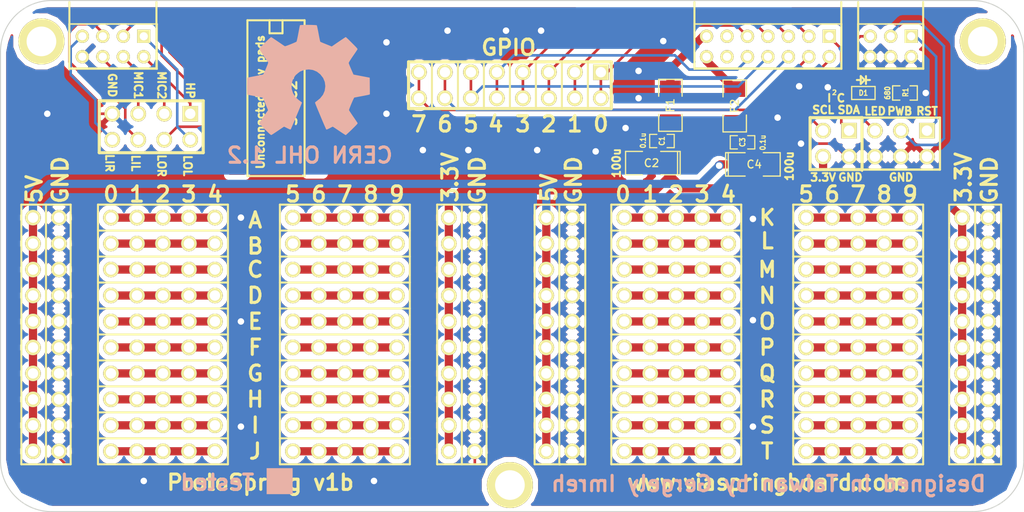
<source format=kicad_pcb>
(kicad_pcb (version 3) (host pcbnew "(2013-may-18)-stable")
  (layers (15 F.Cu signal) (0 B.Cu signal) (18 B.Paste user) (19 F.Paste user) (20 B.SilkS user) (21 F.SilkS user) (22 B.Mask user) (23 F.Mask user) (28 Edge.Cuts user))
  (net 0 "")
  (net 1 +3.3V)
  (net 2 +5V)
  (net 3 /GPIO20)
  (net 4 /GPIO21)
  (net 5 /GPIO22)
  (net 6 /GPIO23)
  (net 7 /GPIO24)
  (net 8 /GPIO25)
  (net 9 /GPIO26)
  (net 10 /GPIO27)
  (net 11 /HP_DET)
  (net 12 /I2C0SCL)
  (net 13 /I2C0SDA)
  (net 14 /LINEIN_L)
  (net 15 /LINEIN_R)
  (net 16 /LINEOUT_L)
  (net 17 /LINEOUT_R)
  (net 18 /MICIN1)
  (net 19 /MICIN2)
  (net 20 /PWRBTN)
  (net 21 /PWR_LED)
  (net 22 /RESET1)
  (net 23 GND)
  (net 24 N-000001)
  (net 25 N-0000010)
  (net 26 N-0000011)
  (net 27 N-0000012)
  (net 28 N-0000013)
  (net 29 N-0000014)
  (net 30 N-0000015)
  (net 31 N-0000016)
  (net 32 N-0000017)
  (net 33 N-0000018)
  (net 34 N-0000019)
  (net 35 N-000002)
  (net 36 N-0000020)
  (net 37 N-0000022)
  (net 38 N-0000023)
  (net 39 N-0000024)
  (net 40 N-0000025)
  (net 41 N-0000026)
  (net 42 N-0000027)
  (net 43 N-0000028)
  (net 44 N-0000029)
  (net 45 N-000003)
  (net 46 N-0000030)
  (net 47 N-0000031)
  (net 48 N-0000039)
  (net 49 N-000004)
  (net 50 N-0000040)
  (net 51 N-0000042)
  (net 52 N-000005)
  (net 53 N-0000056)
  (net 54 N-0000057)
  (net 55 N-0000058)
  (net 56 N-0000059)
  (net 57 N-0000060)
  (net 58 N-0000061)
  (net 59 N-0000062)
  (net 60 N-0000063)
  (net 61 N-0000064)
  (net 62 N-0000065)
  (net 63 N-0000066)
  (net 64 N-0000067)
  (net 65 N-0000068)
  (net 66 N-000009)
  (module SOIC24 (layer F.Cu) (at 153.924 114.554 270)
    (fp_text reference SOIC24 (at 0 -1.524 270) (layer F.SilkS) (effects (font (size 1.016 1.016) (thickness 0.2032))))
    (fp_text value VAL** hide)
    (pad 1 smd rect (at -6.985 3.81 270) (size 0.762 1.524) (layers F.Cu F.Paste F.Mask))
    (pad 2 smd rect (at -5.715 3.81 270) (size 0.762 1.524) (layers F.Cu F.Paste F.Mask))
    (pad 3 smd rect (at -4.445 3.81 270) (size 0.762 1.524) (layers F.Cu F.Paste F.Mask))
    (pad 4 smd rect (at -3.175 3.81 270) (size 0.762 1.524) (layers F.Cu F.Paste F.Mask))
    (pad 5 smd rect (at -1.905 3.81 270) (size 0.762 1.524) (layers F.Cu F.Paste F.Mask))
    (pad 6 smd rect (at -0.635 3.81 270) (size 0.762 1.524) (layers F.Cu F.Paste F.Mask))
    (pad 7 smd rect (at 0.635 3.81 270) (size 0.762 1.524) (layers F.Cu F.Paste F.Mask))
    (pad 8 smd rect (at 1.905 3.81 270) (size 0.762 1.524) (layers F.Cu F.Paste F.Mask))
    (pad 9 smd rect (at 3.175 3.81 270) (size 0.762 1.524) (layers F.Cu F.Paste F.Mask))
    (pad 10 smd rect (at 4.445 3.81 270) (size 0.762 1.524) (layers F.Cu F.Paste F.Mask))
    (pad 11 smd rect (at 5.715 3.81 270) (size 0.762 1.524) (layers F.Cu F.Paste F.Mask))
    (pad 12 smd rect (at 7.112 3.81 270) (size 0.762 1.524) (layers F.Cu F.Paste F.Mask))
    (pad 24 smd rect (at -6.985 -3.81 270) (size 0.762 1.524) (layers F.Cu F.Paste F.Mask))
    (pad 23 smd rect (at -5.715 -3.81 270) (size 0.762 1.524) (layers F.Cu F.Paste F.Mask))
    (pad 22 smd rect (at -4.445 -3.81 270) (size 0.762 1.524) (layers F.Cu F.Paste F.Mask))
    (pad 21 smd rect (at -3.175 -3.81 270) (size 0.762 1.524) (layers F.Cu F.Paste F.Mask))
    (pad 20 smd rect (at -1.905 -3.81 270) (size 0.762 1.524) (layers F.Cu F.Paste F.Mask))
    (pad 19 smd rect (at -0.635 -3.81 270) (size 0.762 1.524) (layers F.Cu F.Paste F.Mask))
    (pad 18 smd rect (at 0.635 -3.81 270) (size 0.762 1.524) (layers F.Cu F.Paste F.Mask))
    (pad 17 smd rect (at 1.905 -3.81 270) (size 0.762 1.524) (layers F.Cu F.Paste F.Mask))
    (pad 16 smd rect (at 3.175 -3.81 270) (size 0.762 1.524) (layers F.Cu F.Paste F.Mask))
    (pad 15 smd rect (at 4.445 -3.81 270) (size 0.762 1.524) (layers F.Cu F.Paste F.Mask))
    (pad 14 smd rect (at 5.715 -3.81 270) (size 0.762 1.524) (layers F.Cu F.Paste F.Mask))
    (pad 13 smd rect (at 6.985 -3.81 270) (size 0.762 1.524) (layers F.Cu F.Paste F.Mask))
  )
  (module SM1206 (layer F.Cu) (at 198.755 115.316 270)
    (fp_text reference F2 (at 0 0 270) (layer F.SilkS) (effects (font (size 0.762 0.762) (thickness 0.127))))
    (fp_text value FUSE hide)
    (pad 1 smd rect (at -1.651 0 270) (size 1.524 2.032) (layers F.Cu F.Paste F.Mask) (net 48 N-0000039))
    (pad 2 smd rect (at 1.651 0 270) (size 1.524 2.032) (layers F.Cu F.Paste F.Mask) (net 2 +5V))
  )
  (module SM1206 (layer F.Cu) (at 192.468 115.252 270)
    (fp_text reference F1 (at 0 0 270) (layer F.SilkS) (effects (font (size 0.762 0.762) (thickness 0.127))))
    (fp_text value FUSE hide)
    (pad 1 smd rect (at -1.651 0 270) (size 1.524 2.032) (layers F.Cu F.Paste F.Mask) (net 50 N-0000040))
    (pad 2 smd rect (at 1.651 0 270) (size 1.524 2.032) (layers F.Cu F.Paste F.Mask) (net 1 +3.3V))
  )
  (module SM0603_Resistor (layer F.Cu) (at 215.392 114.046)
    (fp_text reference R1 (at 0.0635 -0.0635 90) (layer F.SilkS) (effects (font (size 0.50038 0.4572) (thickness 0.1143))))
    (fp_text value 680 (at -1.69926 0 90) (layer F.SilkS) (effects (font (size 0.508 0.4572) (thickness 0.1143))))
    (pad 1 smd rect (at -0.762 0) (size 0.635 1.143) (layers F.Cu F.Paste F.Mask) (net 51 N-0000042))
    (pad 2 smd rect (at 0.762 0) (size 0.635 1.143) (layers F.Cu F.Paste F.Mask) (net 23 GND))
  )
  (module SM0603_Capa (layer F.Cu) (at 191.643 118.745 180)
    (fp_text reference C1 (at 0 0 270) (layer F.SilkS) (effects (font (size 0.508 0.4572) (thickness 0.1143))))
    (fp_text value 0.1u (at 1.843 0.045 270) (layer F.SilkS) (effects (font (size 0.508 0.4572) (thickness 0.1143))))
    (pad 1 smd rect (at -0.762 0 180) (size 0.635 1.143) (layers F.Cu F.Paste F.Mask) (net 1 +3.3V))
    (pad 2 smd rect (at 0.762 0 180) (size 0.635 1.143) (layers F.Cu F.Paste F.Mask) (net 23 GND))
  )
  (module SM0603_Capa (layer F.Cu) (at 199.517 118.872)
    (fp_text reference C3 (at 0 0 90) (layer F.SilkS) (effects (font (size 0.508 0.4572) (thickness 0.1143))))
    (fp_text value 0.1u (at 1.983 0.028 90) (layer F.SilkS) (effects (font (size 0.508 0.4572) (thickness 0.1143))))
    (pad 1 smd rect (at -0.762 0) (size 0.635 1.143) (layers F.Cu F.Paste F.Mask) (net 2 +5V))
    (pad 2 smd rect (at 0.762 0) (size 0.635 1.143) (layers F.Cu F.Paste F.Mask) (net 23 GND))
  )
  (module SM0603 (layer F.Cu) (at 211.328 114.046)
    (fp_text reference D1 (at 0 0) (layer F.SilkS) (effects (font (size 0.508 0.4572) (thickness 0.1143))))
    (fp_text value LED hide)
    (pad 1 smd rect (at -0.762 0) (size 0.635 1.143) (layers F.Cu F.Paste F.Mask) (net 21 /PWR_LED))
    (pad 2 smd rect (at 0.762 0) (size 0.635 1.143) (layers F.Cu F.Paste F.Mask) (net 51 N-0000042))
  )
  (module pin_array_8x2 (layer F.Cu) (at 176.784 113.284 180)
    (fp_text reference P5 hide)
    (fp_text value CONN_8X2 hide)
    (pad 1 thru_hole rect (at -8.89 1.27 180) (size 1.524 1.524) (drill 1.016) (layers *.Cu *.Mask F.SilkS) (net 3 /GPIO20))
    (pad 2 thru_hole circle (at -8.89 -1.27 180) (size 1.524 1.524) (drill 1.016) (layers *.Cu *.Mask F.SilkS) (net 3 /GPIO20))
    (pad 3 thru_hole circle (at -6.35 1.27 180) (size 1.524 1.524) (drill 1.016) (layers *.Cu *.Mask F.SilkS) (net 4 /GPIO21))
    (pad 4 thru_hole circle (at -6.35 -1.27 180) (size 1.524 1.524) (drill 1.016) (layers *.Cu *.Mask F.SilkS) (net 4 /GPIO21))
    (pad 5 thru_hole circle (at -3.81 1.27 180) (size 1.524 1.524) (drill 1.016) (layers *.Cu *.Mask F.SilkS) (net 5 /GPIO22))
    (pad 6 thru_hole circle (at -3.81 -1.27 180) (size 1.524 1.524) (drill 1.016) (layers *.Cu *.Mask F.SilkS) (net 5 /GPIO22))
    (pad 7 thru_hole circle (at -1.27 1.27 180) (size 1.524 1.524) (drill 1.016) (layers *.Cu *.Mask F.SilkS) (net 6 /GPIO23))
    (pad 8 thru_hole circle (at -1.27 -1.27 180) (size 1.524 1.524) (drill 1.016) (layers *.Cu *.Mask F.SilkS) (net 6 /GPIO23))
    (pad 9 thru_hole circle (at 1.27 1.27 180) (size 1.524 1.524) (drill 1.016) (layers *.Cu *.Mask F.SilkS) (net 7 /GPIO24))
    (pad 10 thru_hole circle (at 1.27 -1.27 180) (size 1.524 1.524) (drill 1.016) (layers *.Cu *.Mask F.SilkS) (net 7 /GPIO24))
    (pad 11 thru_hole circle (at 3.81 1.27 180) (size 1.524 1.524) (drill 1.016) (layers *.Cu *.Mask F.SilkS) (net 8 /GPIO25))
    (pad 12 thru_hole circle (at 3.81 -1.27 180) (size 1.524 1.524) (drill 1.016) (layers *.Cu *.Mask F.SilkS) (net 8 /GPIO25))
    (pad 13 thru_hole circle (at 6.35 1.27 180) (size 1.524 1.524) (drill 1.016) (layers *.Cu *.Mask F.SilkS) (net 9 /GPIO26))
    (pad 14 thru_hole circle (at 6.35 -1.27 180) (size 1.524 1.524) (drill 1.016) (layers *.Cu *.Mask F.SilkS) (net 9 /GPIO26))
    (pad 15 thru_hole circle (at 8.89 1.27 180) (size 1.524 1.524) (drill 1.016) (layers *.Cu *.Mask F.SilkS) (net 10 /GPIO27))
    (pad 16 thru_hole circle (at 8.89 -1.27 180) (size 1.524 1.524) (drill 1.016) (layers *.Cu *.Mask F.SilkS) (net 10 /GPIO27))
  )
  (module pin_array_4x2 (layer F.Cu) (at 141.732 117.348 180)
    (fp_text reference P7 hide)
    (fp_text value CONN_4X2 hide)
    (pad 1 thru_hole rect (at -3.81 1.27 180) (size 1.524 1.524) (drill 1.016) (layers *.Cu *.Mask F.SilkS) (net 11 /HP_DET))
    (pad 2 thru_hole circle (at -3.81 -1.27 180) (size 1.524 1.524) (drill 1.016) (layers *.Cu *.Mask F.SilkS) (net 16 /LINEOUT_L))
    (pad 3 thru_hole circle (at -1.27 1.27 180) (size 1.524 1.524) (drill 1.016) (layers *.Cu *.Mask F.SilkS) (net 19 /MICIN2))
    (pad 4 thru_hole circle (at -1.27 -1.27 180) (size 1.524 1.524) (drill 1.016) (layers *.Cu *.Mask F.SilkS) (net 17 /LINEOUT_R))
    (pad 5 thru_hole circle (at 1.27 1.27 180) (size 1.524 1.524) (drill 1.016) (layers *.Cu *.Mask F.SilkS) (net 18 /MICIN1))
    (pad 6 thru_hole circle (at 1.27 -1.27 180) (size 1.524 1.524) (drill 1.016) (layers *.Cu *.Mask F.SilkS) (net 14 /LINEIN_L))
    (pad 7 thru_hole circle (at 3.81 1.27 180) (size 1.524 1.524) (drill 1.016) (layers *.Cu *.Mask F.SilkS) (net 23 GND))
    (pad 8 thru_hole circle (at 3.81 -1.27 180) (size 1.524 1.524) (drill 1.016) (layers *.Cu *.Mask F.SilkS) (net 15 /LINEIN_R))
  )
  (module pin_array_3x2 (layer F.Cu) (at 215 119 180)
    (fp_text reference P4 hide)
    (fp_text value CONN_3X2 hide)
    (pad 1 thru_hole rect (at -2.54 1.27 180) (size 1.524 1.524) (drill 1.016) (layers *.Cu *.Mask F.SilkS) (net 22 /RESET1))
    (pad 2 thru_hole circle (at -2.54 -1.27 180) (size 1.524 1.524) (drill 1.016) (layers *.Cu *.Mask F.SilkS) (net 23 GND))
    (pad 3 thru_hole circle (at 0 1.27 180) (size 1.524 1.524) (drill 1.016) (layers *.Cu *.Mask F.SilkS) (net 20 /PWRBTN))
    (pad 4 thru_hole circle (at 0 -1.27 180) (size 1.524 1.524) (drill 1.016) (layers *.Cu *.Mask F.SilkS) (net 23 GND))
    (pad 5 thru_hole circle (at 2.54 1.27 180) (size 1.524 1.524) (drill 1.016) (layers *.Cu *.Mask F.SilkS) (net 21 /PWR_LED))
    (pad 6 thru_hole circle (at 2.54 -1.27 180) (size 1.524 1.524) (drill 1.016) (layers *.Cu *.Mask F.SilkS) (net 23 GND))
  )
  (module PIN_ARRAY_2X2 (layer F.Cu) (at 208.661 118.999 180)
    (fp_text reference P6 hide)
    (fp_text value CONN_2X2 hide)
    (pad 1 thru_hole rect (at -1.27 1.27 180) (size 1.524 1.524) (drill 1.016) (layers *.Cu *.Mask F.SilkS) (net 13 /I2C0SDA))
    (pad 2 thru_hole circle (at -1.27 -1.27 180) (size 1.524 1.524) (drill 1.016) (layers *.Cu *.Mask F.SilkS) (net 23 GND))
    (pad 3 thru_hole circle (at 1.27 1.27 180) (size 1.524 1.524) (drill 1.016) (layers *.Cu *.Mask F.SilkS) (net 12 /I2C0SCL))
    (pad 4 thru_hole circle (at 1.27 -1.27 180) (size 1.524 1.524) (drill 1.016) (layers *.Cu *.Mask F.SilkS) (net 1 +3.3V))
  )
  (module pin_array_2mm_7x2 (layer F.Cu) (at 202 109.5 180)
    (fp_text reference P2 hide)
    (fp_text value CONN_7X2 hide)
    (pad 1 thru_hole rect (at -6 1 180) (size 1.3 1.3) (drill 0.8) (layers *.Cu *.Mask F.SilkS) (net 13 /I2C0SDA))
    (pad 2 thru_hole circle (at -6 -1 180) (size 1.3 1.3) (drill 0.8) (layers *.Cu *.Mask F.SilkS) (net 12 /I2C0SCL))
    (pad 3 thru_hole circle (at -4 1 180) (size 1.3 1.3) (drill 0.8) (layers *.Cu *.Mask F.SilkS) (net 6 /GPIO23))
    (pad 4 thru_hole circle (at -4 -1 180) (size 1.3 1.3) (drill 0.8) (layers *.Cu *.Mask F.SilkS) (net 10 /GPIO27))
    (pad 5 thru_hole circle (at -2 1 180) (size 1.3 1.3) (drill 0.8) (layers *.Cu *.Mask F.SilkS) (net 5 /GPIO22))
    (pad 6 thru_hole circle (at -2 -1 180) (size 1.3 1.3) (drill 0.8) (layers *.Cu *.Mask F.SilkS) (net 9 /GPIO26))
    (pad 7 thru_hole circle (at 0 1 180) (size 1.3 1.3) (drill 0.8) (layers *.Cu *.Mask F.SilkS) (net 4 /GPIO21))
    (pad 8 thru_hole circle (at 0 -1 180) (size 1.3 1.3) (drill 0.8) (layers *.Cu *.Mask F.SilkS) (net 8 /GPIO25))
    (pad 9 thru_hole circle (at 2 1 180) (size 1.3 1.3) (drill 0.8) (layers *.Cu *.Mask F.SilkS) (net 3 /GPIO20))
    (pad 10 thru_hole circle (at 2 -1 180) (size 1.3 1.3) (drill 0.8) (layers *.Cu *.Mask F.SilkS) (net 7 /GPIO24))
    (pad 11 thru_hole circle (at 4 1 180) (size 1.3 1.3) (drill 0.8) (layers *.Cu *.Mask F.SilkS))
    (pad 12 thru_hole circle (at 4 -1 180) (size 1.3 1.3) (drill 0.8) (layers *.Cu *.Mask F.SilkS))
    (pad 13 thru_hole circle (at 6 1 180) (size 1.3 1.3) (drill 0.8) (layers *.Cu *.Mask F.SilkS) (net 50 N-0000040))
    (pad 14 thru_hole circle (at 6 -1 180) (size 1.3 1.3) (drill 0.8) (layers *.Cu *.Mask F.SilkS) (net 48 N-0000039))
  )
  (module pin_array_2mm_4x2 (layer F.Cu) (at 138 109.5 180)
    (fp_text reference P3 hide)
    (fp_text value CONN_4X2 hide)
    (pad 1 thru_hole rect (at -3 1 180) (size 1.3 1.3) (drill 0.8) (layers *.Cu *.Mask F.SilkS) (net 16 /LINEOUT_L))
    (pad 2 thru_hole circle (at -3 -1 180) (size 1.3 1.3) (drill 0.8) (layers *.Cu *.Mask F.SilkS) (net 11 /HP_DET))
    (pad 3 thru_hole circle (at -1 1 180) (size 1.3 1.3) (drill 0.8) (layers *.Cu *.Mask F.SilkS) (net 17 /LINEOUT_R))
    (pad 4 thru_hole circle (at -1 -1 180) (size 1.3 1.3) (drill 0.8) (layers *.Cu *.Mask F.SilkS) (net 19 /MICIN2))
    (pad 5 thru_hole circle (at 1 1 180) (size 1.3 1.3) (drill 0.8) (layers *.Cu *.Mask F.SilkS) (net 14 /LINEIN_L))
    (pad 6 thru_hole circle (at 1 -1 180) (size 1.3 1.3) (drill 0.8) (layers *.Cu *.Mask F.SilkS) (net 18 /MICIN1))
    (pad 7 thru_hole circle (at 3 1 180) (size 1.3 1.3) (drill 0.8) (layers *.Cu *.Mask F.SilkS) (net 15 /LINEIN_R))
    (pad 8 thru_hole circle (at 3 -1 180) (size 1.3 1.3) (drill 0.8) (layers *.Cu *.Mask F.SilkS) (net 23 GND))
  )
  (module pin_array_2mm_3x2 (layer F.Cu) (at 214 109.5 180)
    (fp_text reference P1 hide)
    (fp_text value CONN_3X2 hide)
    (pad 1 thru_hole rect (at -2 1 180) (size 1.3 1.3) (drill 0.8) (layers *.Cu *.Mask F.SilkS) (net 22 /RESET1))
    (pad 2 thru_hole circle (at -2 -1 180) (size 1.3 1.3) (drill 0.8) (layers *.Cu *.Mask F.SilkS) (net 23 GND))
    (pad 3 thru_hole circle (at 0 1 180) (size 1.3 1.3) (drill 0.8) (layers *.Cu *.Mask F.SilkS) (net 20 /PWRBTN))
    (pad 4 thru_hole circle (at 0 -1 180) (size 1.3 1.3) (drill 0.8) (layers *.Cu *.Mask F.SilkS) (net 23 GND))
    (pad 5 thru_hole circle (at 2 1 180) (size 1.3 1.3) (drill 0.8) (layers *.Cu *.Mask F.SilkS) (net 21 /PWR_LED))
    (pad 6 thru_hole circle (at 2 -1 180) (size 1.3 1.3) (drill 0.8) (layers *.Cu *.Mask F.SilkS) (net 23 GND))
  )
  (module BREADBOARD_PIN_ROW_2-5-5-2 (layer F.Cu) (at 201.93 126.238)
    (fp_text reference P18 hide)
    (fp_text value CONN_14 hide)
    (pad 1 thru_hole circle (at -21.59 0) (size 1.524 1.524) (drill 1.016) (layers *.Cu *.Mask F.SilkS) (net 2 +5V))
    (pad 2 thru_hole circle (at -19.05 0) (size 1.524 1.524) (drill 1.016) (layers *.Cu *.Mask F.SilkS) (net 23 GND))
    (pad 3 thru_hole circle (at -13.97 0) (size 1.524 1.524) (drill 1.016) (layers *.Cu *.Mask F.SilkS) (net 49 N-000004))
    (pad 4 thru_hole circle (at -11.43 0) (size 1.524 1.524) (drill 1.016) (layers *.Cu *.Mask F.SilkS) (net 49 N-000004))
    (pad 5 thru_hole circle (at -8.89 0) (size 1.524 1.524) (drill 1.016) (layers *.Cu *.Mask F.SilkS) (net 49 N-000004))
    (pad 6 thru_hole circle (at -6.35 0) (size 1.524 1.524) (drill 1.016) (layers *.Cu *.Mask F.SilkS) (net 49 N-000004))
    (pad 7 thru_hole circle (at -3.81 0) (size 1.524 1.524) (drill 1.016) (layers *.Cu *.Mask F.SilkS) (net 49 N-000004))
    (pad 8 thru_hole circle (at 3.81 0) (size 1.524 1.524) (drill 1.016) (layers *.Cu *.Mask F.SilkS) (net 24 N-000001))
    (pad 9 thru_hole circle (at 6.35 0) (size 1.524 1.524) (drill 1.016) (layers *.Cu *.Mask F.SilkS) (net 24 N-000001))
    (pad 10 thru_hole circle (at 8.89 0) (size 1.524 1.524) (drill 1.016) (layers *.Cu *.Mask F.SilkS) (net 24 N-000001))
    (pad 11 thru_hole circle (at 11.43 0) (size 1.524 1.524) (drill 1.016) (layers *.Cu *.Mask F.SilkS) (net 24 N-000001))
    (pad 12 thru_hole circle (at 13.97 0) (size 1.524 1.524) (drill 1.016) (layers *.Cu *.Mask F.SilkS) (net 24 N-000001))
    (pad 13 thru_hole circle (at 19.05 0) (size 1.524 1.524) (drill 1.016) (layers *.Cu *.Mask F.SilkS) (net 1 +3.3V))
    (pad 14 thru_hole circle (at 21.59 0) (size 1.524 1.524) (drill 1.016) (layers *.Cu *.Mask F.SilkS) (net 23 GND))
  )
  (module BREADBOARD_PIN_ROW_2-5-5-2 (layer F.Cu) (at 151.765 149.098)
    (fp_text reference P17 hide)
    (fp_text value CONN_14 hide)
    (pad 1 thru_hole circle (at -21.59 0) (size 1.524 1.524) (drill 1.016) (layers *.Cu *.Mask F.SilkS) (net 2 +5V))
    (pad 2 thru_hole circle (at -19.05 0) (size 1.524 1.524) (drill 1.016) (layers *.Cu *.Mask F.SilkS) (net 23 GND))
    (pad 3 thru_hole circle (at -13.97 0) (size 1.524 1.524) (drill 1.016) (layers *.Cu *.Mask F.SilkS) (net 28 N-0000013))
    (pad 4 thru_hole circle (at -11.43 0) (size 1.524 1.524) (drill 1.016) (layers *.Cu *.Mask F.SilkS) (net 28 N-0000013))
    (pad 5 thru_hole circle (at -8.89 0) (size 1.524 1.524) (drill 1.016) (layers *.Cu *.Mask F.SilkS) (net 28 N-0000013))
    (pad 6 thru_hole circle (at -6.35 0) (size 1.524 1.524) (drill 1.016) (layers *.Cu *.Mask F.SilkS) (net 28 N-0000013))
    (pad 7 thru_hole circle (at -3.81 0) (size 1.524 1.524) (drill 1.016) (layers *.Cu *.Mask F.SilkS) (net 28 N-0000013))
    (pad 8 thru_hole circle (at 3.81 0) (size 1.524 1.524) (drill 1.016) (layers *.Cu *.Mask F.SilkS) (net 29 N-0000014))
    (pad 9 thru_hole circle (at 6.35 0) (size 1.524 1.524) (drill 1.016) (layers *.Cu *.Mask F.SilkS) (net 29 N-0000014))
    (pad 10 thru_hole circle (at 8.89 0) (size 1.524 1.524) (drill 1.016) (layers *.Cu *.Mask F.SilkS) (net 29 N-0000014))
    (pad 11 thru_hole circle (at 11.43 0) (size 1.524 1.524) (drill 1.016) (layers *.Cu *.Mask F.SilkS) (net 29 N-0000014))
    (pad 12 thru_hole circle (at 13.97 0) (size 1.524 1.524) (drill 1.016) (layers *.Cu *.Mask F.SilkS) (net 29 N-0000014))
    (pad 13 thru_hole circle (at 19.05 0) (size 1.524 1.524) (drill 1.016) (layers *.Cu *.Mask F.SilkS) (net 1 +3.3V))
    (pad 14 thru_hole circle (at 21.59 0) (size 1.524 1.524) (drill 1.016) (layers *.Cu *.Mask F.SilkS) (net 23 GND))
  )
  (module BREADBOARD_PIN_ROW_2-5-5-2 (layer F.Cu) (at 201.93 149.098)
    (fp_text reference P27 hide)
    (fp_text value CONN_14 hide)
    (pad 1 thru_hole circle (at -21.59 0) (size 1.524 1.524) (drill 1.016) (layers *.Cu *.Mask F.SilkS) (net 2 +5V))
    (pad 2 thru_hole circle (at -19.05 0) (size 1.524 1.524) (drill 1.016) (layers *.Cu *.Mask F.SilkS) (net 23 GND))
    (pad 3 thru_hole circle (at -13.97 0) (size 1.524 1.524) (drill 1.016) (layers *.Cu *.Mask F.SilkS) (net 34 N-0000019))
    (pad 4 thru_hole circle (at -11.43 0) (size 1.524 1.524) (drill 1.016) (layers *.Cu *.Mask F.SilkS) (net 34 N-0000019))
    (pad 5 thru_hole circle (at -8.89 0) (size 1.524 1.524) (drill 1.016) (layers *.Cu *.Mask F.SilkS) (net 34 N-0000019))
    (pad 6 thru_hole circle (at -6.35 0) (size 1.524 1.524) (drill 1.016) (layers *.Cu *.Mask F.SilkS) (net 34 N-0000019))
    (pad 7 thru_hole circle (at -3.81 0) (size 1.524 1.524) (drill 1.016) (layers *.Cu *.Mask F.SilkS) (net 34 N-0000019))
    (pad 8 thru_hole circle (at 3.81 0) (size 1.524 1.524) (drill 1.016) (layers *.Cu *.Mask F.SilkS) (net 36 N-0000020))
    (pad 9 thru_hole circle (at 6.35 0) (size 1.524 1.524) (drill 1.016) (layers *.Cu *.Mask F.SilkS) (net 36 N-0000020))
    (pad 10 thru_hole circle (at 8.89 0) (size 1.524 1.524) (drill 1.016) (layers *.Cu *.Mask F.SilkS) (net 36 N-0000020))
    (pad 11 thru_hole circle (at 11.43 0) (size 1.524 1.524) (drill 1.016) (layers *.Cu *.Mask F.SilkS) (net 36 N-0000020))
    (pad 12 thru_hole circle (at 13.97 0) (size 1.524 1.524) (drill 1.016) (layers *.Cu *.Mask F.SilkS) (net 36 N-0000020))
    (pad 13 thru_hole circle (at 19.05 0) (size 1.524 1.524) (drill 1.016) (layers *.Cu *.Mask F.SilkS) (net 1 +3.3V))
    (pad 14 thru_hole circle (at 21.59 0) (size 1.524 1.524) (drill 1.016) (layers *.Cu *.Mask F.SilkS) (net 23 GND))
  )
  (module BREADBOARD_PIN_ROW_2-5-5-2 (layer F.Cu) (at 201.93 146.558)
    (fp_text reference P26 hide)
    (fp_text value CONN_14 hide)
    (pad 1 thru_hole circle (at -21.59 0) (size 1.524 1.524) (drill 1.016) (layers *.Cu *.Mask F.SilkS) (net 2 +5V))
    (pad 2 thru_hole circle (at -19.05 0) (size 1.524 1.524) (drill 1.016) (layers *.Cu *.Mask F.SilkS) (net 23 GND))
    (pad 3 thru_hole circle (at -13.97 0) (size 1.524 1.524) (drill 1.016) (layers *.Cu *.Mask F.SilkS) (net 37 N-0000022))
    (pad 4 thru_hole circle (at -11.43 0) (size 1.524 1.524) (drill 1.016) (layers *.Cu *.Mask F.SilkS) (net 37 N-0000022))
    (pad 5 thru_hole circle (at -8.89 0) (size 1.524 1.524) (drill 1.016) (layers *.Cu *.Mask F.SilkS) (net 37 N-0000022))
    (pad 6 thru_hole circle (at -6.35 0) (size 1.524 1.524) (drill 1.016) (layers *.Cu *.Mask F.SilkS) (net 37 N-0000022))
    (pad 7 thru_hole circle (at -3.81 0) (size 1.524 1.524) (drill 1.016) (layers *.Cu *.Mask F.SilkS) (net 37 N-0000022))
    (pad 8 thru_hole circle (at 3.81 0) (size 1.524 1.524) (drill 1.016) (layers *.Cu *.Mask F.SilkS) (net 38 N-0000023))
    (pad 9 thru_hole circle (at 6.35 0) (size 1.524 1.524) (drill 1.016) (layers *.Cu *.Mask F.SilkS) (net 38 N-0000023))
    (pad 10 thru_hole circle (at 8.89 0) (size 1.524 1.524) (drill 1.016) (layers *.Cu *.Mask F.SilkS) (net 38 N-0000023))
    (pad 11 thru_hole circle (at 11.43 0) (size 1.524 1.524) (drill 1.016) (layers *.Cu *.Mask F.SilkS) (net 38 N-0000023))
    (pad 12 thru_hole circle (at 13.97 0) (size 1.524 1.524) (drill 1.016) (layers *.Cu *.Mask F.SilkS) (net 38 N-0000023))
    (pad 13 thru_hole circle (at 19.05 0) (size 1.524 1.524) (drill 1.016) (layers *.Cu *.Mask F.SilkS) (net 1 +3.3V))
    (pad 14 thru_hole circle (at 21.59 0) (size 1.524 1.524) (drill 1.016) (layers *.Cu *.Mask F.SilkS) (net 23 GND))
  )
  (module BREADBOARD_PIN_ROW_2-5-5-2 (layer F.Cu) (at 201.93 144.018)
    (fp_text reference P25 hide)
    (fp_text value CONN_14 hide)
    (pad 1 thru_hole circle (at -21.59 0) (size 1.524 1.524) (drill 1.016) (layers *.Cu *.Mask F.SilkS) (net 2 +5V))
    (pad 2 thru_hole circle (at -19.05 0) (size 1.524 1.524) (drill 1.016) (layers *.Cu *.Mask F.SilkS) (net 23 GND))
    (pad 3 thru_hole circle (at -13.97 0) (size 1.524 1.524) (drill 1.016) (layers *.Cu *.Mask F.SilkS) (net 33 N-0000018))
    (pad 4 thru_hole circle (at -11.43 0) (size 1.524 1.524) (drill 1.016) (layers *.Cu *.Mask F.SilkS) (net 33 N-0000018))
    (pad 5 thru_hole circle (at -8.89 0) (size 1.524 1.524) (drill 1.016) (layers *.Cu *.Mask F.SilkS) (net 33 N-0000018))
    (pad 6 thru_hole circle (at -6.35 0) (size 1.524 1.524) (drill 1.016) (layers *.Cu *.Mask F.SilkS) (net 33 N-0000018))
    (pad 7 thru_hole circle (at -3.81 0) (size 1.524 1.524) (drill 1.016) (layers *.Cu *.Mask F.SilkS) (net 33 N-0000018))
    (pad 8 thru_hole circle (at 3.81 0) (size 1.524 1.524) (drill 1.016) (layers *.Cu *.Mask F.SilkS) (net 32 N-0000017))
    (pad 9 thru_hole circle (at 6.35 0) (size 1.524 1.524) (drill 1.016) (layers *.Cu *.Mask F.SilkS) (net 32 N-0000017))
    (pad 10 thru_hole circle (at 8.89 0) (size 1.524 1.524) (drill 1.016) (layers *.Cu *.Mask F.SilkS) (net 32 N-0000017))
    (pad 11 thru_hole circle (at 11.43 0) (size 1.524 1.524) (drill 1.016) (layers *.Cu *.Mask F.SilkS) (net 32 N-0000017))
    (pad 12 thru_hole circle (at 13.97 0) (size 1.524 1.524) (drill 1.016) (layers *.Cu *.Mask F.SilkS) (net 32 N-0000017))
    (pad 13 thru_hole circle (at 19.05 0) (size 1.524 1.524) (drill 1.016) (layers *.Cu *.Mask F.SilkS) (net 1 +3.3V))
    (pad 14 thru_hole circle (at 21.59 0) (size 1.524 1.524) (drill 1.016) (layers *.Cu *.Mask F.SilkS) (net 23 GND))
  )
  (module BREADBOARD_PIN_ROW_2-5-5-2 (layer F.Cu) (at 201.93 141.478)
    (fp_text reference P24 hide)
    (fp_text value CONN_14 hide)
    (pad 1 thru_hole circle (at -21.59 0) (size 1.524 1.524) (drill 1.016) (layers *.Cu *.Mask F.SilkS) (net 2 +5V))
    (pad 2 thru_hole circle (at -19.05 0) (size 1.524 1.524) (drill 1.016) (layers *.Cu *.Mask F.SilkS) (net 23 GND))
    (pad 3 thru_hole circle (at -13.97 0) (size 1.524 1.524) (drill 1.016) (layers *.Cu *.Mask F.SilkS) (net 43 N-0000028))
    (pad 4 thru_hole circle (at -11.43 0) (size 1.524 1.524) (drill 1.016) (layers *.Cu *.Mask F.SilkS) (net 43 N-0000028))
    (pad 5 thru_hole circle (at -8.89 0) (size 1.524 1.524) (drill 1.016) (layers *.Cu *.Mask F.SilkS) (net 43 N-0000028))
    (pad 6 thru_hole circle (at -6.35 0) (size 1.524 1.524) (drill 1.016) (layers *.Cu *.Mask F.SilkS) (net 43 N-0000028))
    (pad 7 thru_hole circle (at -3.81 0) (size 1.524 1.524) (drill 1.016) (layers *.Cu *.Mask F.SilkS) (net 43 N-0000028))
    (pad 8 thru_hole circle (at 3.81 0) (size 1.524 1.524) (drill 1.016) (layers *.Cu *.Mask F.SilkS) (net 44 N-0000029))
    (pad 9 thru_hole circle (at 6.35 0) (size 1.524 1.524) (drill 1.016) (layers *.Cu *.Mask F.SilkS) (net 44 N-0000029))
    (pad 10 thru_hole circle (at 8.89 0) (size 1.524 1.524) (drill 1.016) (layers *.Cu *.Mask F.SilkS) (net 44 N-0000029))
    (pad 11 thru_hole circle (at 11.43 0) (size 1.524 1.524) (drill 1.016) (layers *.Cu *.Mask F.SilkS) (net 44 N-0000029))
    (pad 12 thru_hole circle (at 13.97 0) (size 1.524 1.524) (drill 1.016) (layers *.Cu *.Mask F.SilkS) (net 44 N-0000029))
    (pad 13 thru_hole circle (at 19.05 0) (size 1.524 1.524) (drill 1.016) (layers *.Cu *.Mask F.SilkS) (net 1 +3.3V))
    (pad 14 thru_hole circle (at 21.59 0) (size 1.524 1.524) (drill 1.016) (layers *.Cu *.Mask F.SilkS) (net 23 GND))
  )
  (module BREADBOARD_PIN_ROW_2-5-5-2 (layer F.Cu) (at 201.93 138.938)
    (fp_text reference P23 hide)
    (fp_text value CONN_14 hide)
    (pad 1 thru_hole circle (at -21.59 0) (size 1.524 1.524) (drill 1.016) (layers *.Cu *.Mask F.SilkS) (net 2 +5V))
    (pad 2 thru_hole circle (at -19.05 0) (size 1.524 1.524) (drill 1.016) (layers *.Cu *.Mask F.SilkS) (net 23 GND))
    (pad 3 thru_hole circle (at -13.97 0) (size 1.524 1.524) (drill 1.016) (layers *.Cu *.Mask F.SilkS) (net 46 N-0000030))
    (pad 4 thru_hole circle (at -11.43 0) (size 1.524 1.524) (drill 1.016) (layers *.Cu *.Mask F.SilkS) (net 46 N-0000030))
    (pad 5 thru_hole circle (at -8.89 0) (size 1.524 1.524) (drill 1.016) (layers *.Cu *.Mask F.SilkS) (net 46 N-0000030))
    (pad 6 thru_hole circle (at -6.35 0) (size 1.524 1.524) (drill 1.016) (layers *.Cu *.Mask F.SilkS) (net 46 N-0000030))
    (pad 7 thru_hole circle (at -3.81 0) (size 1.524 1.524) (drill 1.016) (layers *.Cu *.Mask F.SilkS) (net 46 N-0000030))
    (pad 8 thru_hole circle (at 3.81 0) (size 1.524 1.524) (drill 1.016) (layers *.Cu *.Mask F.SilkS) (net 47 N-0000031))
    (pad 9 thru_hole circle (at 6.35 0) (size 1.524 1.524) (drill 1.016) (layers *.Cu *.Mask F.SilkS) (net 47 N-0000031))
    (pad 10 thru_hole circle (at 8.89 0) (size 1.524 1.524) (drill 1.016) (layers *.Cu *.Mask F.SilkS) (net 47 N-0000031))
    (pad 11 thru_hole circle (at 11.43 0) (size 1.524 1.524) (drill 1.016) (layers *.Cu *.Mask F.SilkS) (net 47 N-0000031))
    (pad 12 thru_hole circle (at 13.97 0) (size 1.524 1.524) (drill 1.016) (layers *.Cu *.Mask F.SilkS) (net 47 N-0000031))
    (pad 13 thru_hole circle (at 19.05 0) (size 1.524 1.524) (drill 1.016) (layers *.Cu *.Mask F.SilkS) (net 1 +3.3V))
    (pad 14 thru_hole circle (at 21.59 0) (size 1.524 1.524) (drill 1.016) (layers *.Cu *.Mask F.SilkS) (net 23 GND))
  )
  (module BREADBOARD_PIN_ROW_2-5-5-2 (layer F.Cu) (at 201.93 136.398)
    (fp_text reference P22 hide)
    (fp_text value CONN_14 hide)
    (pad 1 thru_hole circle (at -21.59 0) (size 1.524 1.524) (drill 1.016) (layers *.Cu *.Mask F.SilkS) (net 2 +5V))
    (pad 2 thru_hole circle (at -19.05 0) (size 1.524 1.524) (drill 1.016) (layers *.Cu *.Mask F.SilkS) (net 23 GND))
    (pad 3 thru_hole circle (at -13.97 0) (size 1.524 1.524) (drill 1.016) (layers *.Cu *.Mask F.SilkS) (net 39 N-0000024))
    (pad 4 thru_hole circle (at -11.43 0) (size 1.524 1.524) (drill 1.016) (layers *.Cu *.Mask F.SilkS) (net 39 N-0000024))
    (pad 5 thru_hole circle (at -8.89 0) (size 1.524 1.524) (drill 1.016) (layers *.Cu *.Mask F.SilkS) (net 39 N-0000024))
    (pad 6 thru_hole circle (at -6.35 0) (size 1.524 1.524) (drill 1.016) (layers *.Cu *.Mask F.SilkS) (net 39 N-0000024))
    (pad 7 thru_hole circle (at -3.81 0) (size 1.524 1.524) (drill 1.016) (layers *.Cu *.Mask F.SilkS) (net 39 N-0000024))
    (pad 8 thru_hole circle (at 3.81 0) (size 1.524 1.524) (drill 1.016) (layers *.Cu *.Mask F.SilkS) (net 40 N-0000025))
    (pad 9 thru_hole circle (at 6.35 0) (size 1.524 1.524) (drill 1.016) (layers *.Cu *.Mask F.SilkS) (net 40 N-0000025))
    (pad 10 thru_hole circle (at 8.89 0) (size 1.524 1.524) (drill 1.016) (layers *.Cu *.Mask F.SilkS) (net 40 N-0000025))
    (pad 11 thru_hole circle (at 11.43 0) (size 1.524 1.524) (drill 1.016) (layers *.Cu *.Mask F.SilkS) (net 40 N-0000025))
    (pad 12 thru_hole circle (at 13.97 0) (size 1.524 1.524) (drill 1.016) (layers *.Cu *.Mask F.SilkS) (net 40 N-0000025))
    (pad 13 thru_hole circle (at 19.05 0) (size 1.524 1.524) (drill 1.016) (layers *.Cu *.Mask F.SilkS) (net 1 +3.3V))
    (pad 14 thru_hole circle (at 21.59 0) (size 1.524 1.524) (drill 1.016) (layers *.Cu *.Mask F.SilkS) (net 23 GND))
  )
  (module BREADBOARD_PIN_ROW_2-5-5-2 (layer F.Cu) (at 201.93 133.858)
    (fp_text reference P21 hide)
    (fp_text value CONN_14 hide)
    (pad 1 thru_hole circle (at -21.59 0) (size 1.524 1.524) (drill 1.016) (layers *.Cu *.Mask F.SilkS) (net 2 +5V))
    (pad 2 thru_hole circle (at -19.05 0) (size 1.524 1.524) (drill 1.016) (layers *.Cu *.Mask F.SilkS) (net 23 GND))
    (pad 3 thru_hole circle (at -13.97 0) (size 1.524 1.524) (drill 1.016) (layers *.Cu *.Mask F.SilkS) (net 41 N-0000026))
    (pad 4 thru_hole circle (at -11.43 0) (size 1.524 1.524) (drill 1.016) (layers *.Cu *.Mask F.SilkS) (net 41 N-0000026))
    (pad 5 thru_hole circle (at -8.89 0) (size 1.524 1.524) (drill 1.016) (layers *.Cu *.Mask F.SilkS) (net 41 N-0000026))
    (pad 6 thru_hole circle (at -6.35 0) (size 1.524 1.524) (drill 1.016) (layers *.Cu *.Mask F.SilkS) (net 41 N-0000026))
    (pad 7 thru_hole circle (at -3.81 0) (size 1.524 1.524) (drill 1.016) (layers *.Cu *.Mask F.SilkS) (net 41 N-0000026))
    (pad 8 thru_hole circle (at 3.81 0) (size 1.524 1.524) (drill 1.016) (layers *.Cu *.Mask F.SilkS) (net 42 N-0000027))
    (pad 9 thru_hole circle (at 6.35 0) (size 1.524 1.524) (drill 1.016) (layers *.Cu *.Mask F.SilkS) (net 42 N-0000027))
    (pad 10 thru_hole circle (at 8.89 0) (size 1.524 1.524) (drill 1.016) (layers *.Cu *.Mask F.SilkS) (net 42 N-0000027))
    (pad 11 thru_hole circle (at 11.43 0) (size 1.524 1.524) (drill 1.016) (layers *.Cu *.Mask F.SilkS) (net 42 N-0000027))
    (pad 12 thru_hole circle (at 13.97 0) (size 1.524 1.524) (drill 1.016) (layers *.Cu *.Mask F.SilkS) (net 42 N-0000027))
    (pad 13 thru_hole circle (at 19.05 0) (size 1.524 1.524) (drill 1.016) (layers *.Cu *.Mask F.SilkS) (net 1 +3.3V))
    (pad 14 thru_hole circle (at 21.59 0) (size 1.524 1.524) (drill 1.016) (layers *.Cu *.Mask F.SilkS) (net 23 GND))
  )
  (module BREADBOARD_PIN_ROW_2-5-5-2 (layer F.Cu) (at 201.93 131.318)
    (fp_text reference P20 hide)
    (fp_text value CONN_14 hide)
    (pad 1 thru_hole circle (at -21.59 0) (size 1.524 1.524) (drill 1.016) (layers *.Cu *.Mask F.SilkS) (net 2 +5V))
    (pad 2 thru_hole circle (at -19.05 0) (size 1.524 1.524) (drill 1.016) (layers *.Cu *.Mask F.SilkS) (net 23 GND))
    (pad 3 thru_hole circle (at -13.97 0) (size 1.524 1.524) (drill 1.016) (layers *.Cu *.Mask F.SilkS) (net 66 N-000009))
    (pad 4 thru_hole circle (at -11.43 0) (size 1.524 1.524) (drill 1.016) (layers *.Cu *.Mask F.SilkS) (net 66 N-000009))
    (pad 5 thru_hole circle (at -8.89 0) (size 1.524 1.524) (drill 1.016) (layers *.Cu *.Mask F.SilkS) (net 66 N-000009))
    (pad 6 thru_hole circle (at -6.35 0) (size 1.524 1.524) (drill 1.016) (layers *.Cu *.Mask F.SilkS) (net 66 N-000009))
    (pad 7 thru_hole circle (at -3.81 0) (size 1.524 1.524) (drill 1.016) (layers *.Cu *.Mask F.SilkS) (net 66 N-000009))
    (pad 8 thru_hole circle (at 3.81 0) (size 1.524 1.524) (drill 1.016) (layers *.Cu *.Mask F.SilkS) (net 52 N-000005))
    (pad 9 thru_hole circle (at 6.35 0) (size 1.524 1.524) (drill 1.016) (layers *.Cu *.Mask F.SilkS) (net 52 N-000005))
    (pad 10 thru_hole circle (at 8.89 0) (size 1.524 1.524) (drill 1.016) (layers *.Cu *.Mask F.SilkS) (net 52 N-000005))
    (pad 11 thru_hole circle (at 11.43 0) (size 1.524 1.524) (drill 1.016) (layers *.Cu *.Mask F.SilkS) (net 52 N-000005))
    (pad 12 thru_hole circle (at 13.97 0) (size 1.524 1.524) (drill 1.016) (layers *.Cu *.Mask F.SilkS) (net 52 N-000005))
    (pad 13 thru_hole circle (at 19.05 0) (size 1.524 1.524) (drill 1.016) (layers *.Cu *.Mask F.SilkS) (net 1 +3.3V))
    (pad 14 thru_hole circle (at 21.59 0) (size 1.524 1.524) (drill 1.016) (layers *.Cu *.Mask F.SilkS) (net 23 GND))
  )
  (module BREADBOARD_PIN_ROW_2-5-5-2 (layer F.Cu) (at 201.93 128.778)
    (fp_text reference P19 hide)
    (fp_text value CONN_14 hide)
    (pad 1 thru_hole circle (at -21.59 0) (size 1.524 1.524) (drill 1.016) (layers *.Cu *.Mask F.SilkS) (net 2 +5V))
    (pad 2 thru_hole circle (at -19.05 0) (size 1.524 1.524) (drill 1.016) (layers *.Cu *.Mask F.SilkS) (net 23 GND))
    (pad 3 thru_hole circle (at -13.97 0) (size 1.524 1.524) (drill 1.016) (layers *.Cu *.Mask F.SilkS) (net 35 N-000002))
    (pad 4 thru_hole circle (at -11.43 0) (size 1.524 1.524) (drill 1.016) (layers *.Cu *.Mask F.SilkS) (net 35 N-000002))
    (pad 5 thru_hole circle (at -8.89 0) (size 1.524 1.524) (drill 1.016) (layers *.Cu *.Mask F.SilkS) (net 35 N-000002))
    (pad 6 thru_hole circle (at -6.35 0) (size 1.524 1.524) (drill 1.016) (layers *.Cu *.Mask F.SilkS) (net 35 N-000002))
    (pad 7 thru_hole circle (at -3.81 0) (size 1.524 1.524) (drill 1.016) (layers *.Cu *.Mask F.SilkS) (net 35 N-000002))
    (pad 8 thru_hole circle (at 3.81 0) (size 1.524 1.524) (drill 1.016) (layers *.Cu *.Mask F.SilkS) (net 45 N-000003))
    (pad 9 thru_hole circle (at 6.35 0) (size 1.524 1.524) (drill 1.016) (layers *.Cu *.Mask F.SilkS) (net 45 N-000003))
    (pad 10 thru_hole circle (at 8.89 0) (size 1.524 1.524) (drill 1.016) (layers *.Cu *.Mask F.SilkS) (net 45 N-000003))
    (pad 11 thru_hole circle (at 11.43 0) (size 1.524 1.524) (drill 1.016) (layers *.Cu *.Mask F.SilkS) (net 45 N-000003))
    (pad 12 thru_hole circle (at 13.97 0) (size 1.524 1.524) (drill 1.016) (layers *.Cu *.Mask F.SilkS) (net 45 N-000003))
    (pad 13 thru_hole circle (at 19.05 0) (size 1.524 1.524) (drill 1.016) (layers *.Cu *.Mask F.SilkS) (net 1 +3.3V))
    (pad 14 thru_hole circle (at 21.59 0) (size 1.524 1.524) (drill 1.016) (layers *.Cu *.Mask F.SilkS) (net 23 GND))
  )
  (module BREADBOARD_PIN_ROW_2-5-5-2 (layer F.Cu) (at 151.765 126.238)
    (fp_text reference P8 hide)
    (fp_text value CONN_14 hide)
    (pad 1 thru_hole circle (at -21.59 0) (size 1.524 1.524) (drill 1.016) (layers *.Cu *.Mask F.SilkS) (net 2 +5V))
    (pad 2 thru_hole circle (at -19.05 0) (size 1.524 1.524) (drill 1.016) (layers *.Cu *.Mask F.SilkS) (net 23 GND))
    (pad 3 thru_hole circle (at -13.97 0) (size 1.524 1.524) (drill 1.016) (layers *.Cu *.Mask F.SilkS) (net 63 N-0000066))
    (pad 4 thru_hole circle (at -11.43 0) (size 1.524 1.524) (drill 1.016) (layers *.Cu *.Mask F.SilkS) (net 63 N-0000066))
    (pad 5 thru_hole circle (at -8.89 0) (size 1.524 1.524) (drill 1.016) (layers *.Cu *.Mask F.SilkS) (net 63 N-0000066))
    (pad 6 thru_hole circle (at -6.35 0) (size 1.524 1.524) (drill 1.016) (layers *.Cu *.Mask F.SilkS) (net 63 N-0000066))
    (pad 7 thru_hole circle (at -3.81 0) (size 1.524 1.524) (drill 1.016) (layers *.Cu *.Mask F.SilkS) (net 63 N-0000066))
    (pad 8 thru_hole circle (at 3.81 0) (size 1.524 1.524) (drill 1.016) (layers *.Cu *.Mask F.SilkS) (net 60 N-0000063))
    (pad 9 thru_hole circle (at 6.35 0) (size 1.524 1.524) (drill 1.016) (layers *.Cu *.Mask F.SilkS) (net 60 N-0000063))
    (pad 10 thru_hole circle (at 8.89 0) (size 1.524 1.524) (drill 1.016) (layers *.Cu *.Mask F.SilkS) (net 60 N-0000063))
    (pad 11 thru_hole circle (at 11.43 0) (size 1.524 1.524) (drill 1.016) (layers *.Cu *.Mask F.SilkS) (net 60 N-0000063))
    (pad 12 thru_hole circle (at 13.97 0) (size 1.524 1.524) (drill 1.016) (layers *.Cu *.Mask F.SilkS) (net 60 N-0000063))
    (pad 13 thru_hole circle (at 19.05 0) (size 1.524 1.524) (drill 1.016) (layers *.Cu *.Mask F.SilkS) (net 1 +3.3V))
    (pad 14 thru_hole circle (at 21.59 0) (size 1.524 1.524) (drill 1.016) (layers *.Cu *.Mask F.SilkS) (net 23 GND))
  )
  (module BREADBOARD_PIN_ROW_2-5-5-2 (layer F.Cu) (at 151.765 146.558)
    (fp_text reference P16 hide)
    (fp_text value CONN_14 hide)
    (pad 1 thru_hole circle (at -21.59 0) (size 1.524 1.524) (drill 1.016) (layers *.Cu *.Mask F.SilkS) (net 2 +5V))
    (pad 2 thru_hole circle (at -19.05 0) (size 1.524 1.524) (drill 1.016) (layers *.Cu *.Mask F.SilkS) (net 23 GND))
    (pad 3 thru_hole circle (at -13.97 0) (size 1.524 1.524) (drill 1.016) (layers *.Cu *.Mask F.SilkS) (net 30 N-0000015))
    (pad 4 thru_hole circle (at -11.43 0) (size 1.524 1.524) (drill 1.016) (layers *.Cu *.Mask F.SilkS) (net 30 N-0000015))
    (pad 5 thru_hole circle (at -8.89 0) (size 1.524 1.524) (drill 1.016) (layers *.Cu *.Mask F.SilkS) (net 30 N-0000015))
    (pad 6 thru_hole circle (at -6.35 0) (size 1.524 1.524) (drill 1.016) (layers *.Cu *.Mask F.SilkS) (net 30 N-0000015))
    (pad 7 thru_hole circle (at -3.81 0) (size 1.524 1.524) (drill 1.016) (layers *.Cu *.Mask F.SilkS) (net 30 N-0000015))
    (pad 8 thru_hole circle (at 3.81 0) (size 1.524 1.524) (drill 1.016) (layers *.Cu *.Mask F.SilkS) (net 31 N-0000016))
    (pad 9 thru_hole circle (at 6.35 0) (size 1.524 1.524) (drill 1.016) (layers *.Cu *.Mask F.SilkS) (net 31 N-0000016))
    (pad 10 thru_hole circle (at 8.89 0) (size 1.524 1.524) (drill 1.016) (layers *.Cu *.Mask F.SilkS) (net 31 N-0000016))
    (pad 11 thru_hole circle (at 11.43 0) (size 1.524 1.524) (drill 1.016) (layers *.Cu *.Mask F.SilkS) (net 31 N-0000016))
    (pad 12 thru_hole circle (at 13.97 0) (size 1.524 1.524) (drill 1.016) (layers *.Cu *.Mask F.SilkS) (net 31 N-0000016))
    (pad 13 thru_hole circle (at 19.05 0) (size 1.524 1.524) (drill 1.016) (layers *.Cu *.Mask F.SilkS) (net 1 +3.3V))
    (pad 14 thru_hole circle (at 21.59 0) (size 1.524 1.524) (drill 1.016) (layers *.Cu *.Mask F.SilkS) (net 23 GND))
  )
  (module BREADBOARD_PIN_ROW_2-5-5-2 (layer F.Cu) (at 151.765 144.018)
    (fp_text reference P15 hide)
    (fp_text value CONN_14 hide)
    (pad 1 thru_hole circle (at -21.59 0) (size 1.524 1.524) (drill 1.016) (layers *.Cu *.Mask F.SilkS) (net 2 +5V))
    (pad 2 thru_hole circle (at -19.05 0) (size 1.524 1.524) (drill 1.016) (layers *.Cu *.Mask F.SilkS) (net 23 GND))
    (pad 3 thru_hole circle (at -13.97 0) (size 1.524 1.524) (drill 1.016) (layers *.Cu *.Mask F.SilkS) (net 27 N-0000012))
    (pad 4 thru_hole circle (at -11.43 0) (size 1.524 1.524) (drill 1.016) (layers *.Cu *.Mask F.SilkS) (net 27 N-0000012))
    (pad 5 thru_hole circle (at -8.89 0) (size 1.524 1.524) (drill 1.016) (layers *.Cu *.Mask F.SilkS) (net 27 N-0000012))
    (pad 6 thru_hole circle (at -6.35 0) (size 1.524 1.524) (drill 1.016) (layers *.Cu *.Mask F.SilkS) (net 27 N-0000012))
    (pad 7 thru_hole circle (at -3.81 0) (size 1.524 1.524) (drill 1.016) (layers *.Cu *.Mask F.SilkS) (net 27 N-0000012))
    (pad 8 thru_hole circle (at 3.81 0) (size 1.524 1.524) (drill 1.016) (layers *.Cu *.Mask F.SilkS) (net 25 N-0000010))
    (pad 9 thru_hole circle (at 6.35 0) (size 1.524 1.524) (drill 1.016) (layers *.Cu *.Mask F.SilkS) (net 25 N-0000010))
    (pad 10 thru_hole circle (at 8.89 0) (size 1.524 1.524) (drill 1.016) (layers *.Cu *.Mask F.SilkS) (net 25 N-0000010))
    (pad 11 thru_hole circle (at 11.43 0) (size 1.524 1.524) (drill 1.016) (layers *.Cu *.Mask F.SilkS) (net 25 N-0000010))
    (pad 12 thru_hole circle (at 13.97 0) (size 1.524 1.524) (drill 1.016) (layers *.Cu *.Mask F.SilkS) (net 25 N-0000010))
    (pad 13 thru_hole circle (at 19.05 0) (size 1.524 1.524) (drill 1.016) (layers *.Cu *.Mask F.SilkS) (net 1 +3.3V))
    (pad 14 thru_hole circle (at 21.59 0) (size 1.524 1.524) (drill 1.016) (layers *.Cu *.Mask F.SilkS) (net 23 GND))
  )
  (module BREADBOARD_PIN_ROW_2-5-5-2 (layer F.Cu) (at 151.765 141.478)
    (fp_text reference P14 hide)
    (fp_text value CONN_14 hide)
    (pad 1 thru_hole circle (at -21.59 0) (size 1.524 1.524) (drill 1.016) (layers *.Cu *.Mask F.SilkS) (net 2 +5V))
    (pad 2 thru_hole circle (at -19.05 0) (size 1.524 1.524) (drill 1.016) (layers *.Cu *.Mask F.SilkS) (net 23 GND))
    (pad 3 thru_hole circle (at -13.97 0) (size 1.524 1.524) (drill 1.016) (layers *.Cu *.Mask F.SilkS) (net 57 N-0000060))
    (pad 4 thru_hole circle (at -11.43 0) (size 1.524 1.524) (drill 1.016) (layers *.Cu *.Mask F.SilkS) (net 57 N-0000060))
    (pad 5 thru_hole circle (at -8.89 0) (size 1.524 1.524) (drill 1.016) (layers *.Cu *.Mask F.SilkS) (net 57 N-0000060))
    (pad 6 thru_hole circle (at -6.35 0) (size 1.524 1.524) (drill 1.016) (layers *.Cu *.Mask F.SilkS) (net 57 N-0000060))
    (pad 7 thru_hole circle (at -3.81 0) (size 1.524 1.524) (drill 1.016) (layers *.Cu *.Mask F.SilkS) (net 57 N-0000060))
    (pad 8 thru_hole circle (at 3.81 0) (size 1.524 1.524) (drill 1.016) (layers *.Cu *.Mask F.SilkS) (net 26 N-0000011))
    (pad 9 thru_hole circle (at 6.35 0) (size 1.524 1.524) (drill 1.016) (layers *.Cu *.Mask F.SilkS) (net 26 N-0000011))
    (pad 10 thru_hole circle (at 8.89 0) (size 1.524 1.524) (drill 1.016) (layers *.Cu *.Mask F.SilkS) (net 26 N-0000011))
    (pad 11 thru_hole circle (at 11.43 0) (size 1.524 1.524) (drill 1.016) (layers *.Cu *.Mask F.SilkS) (net 26 N-0000011))
    (pad 12 thru_hole circle (at 13.97 0) (size 1.524 1.524) (drill 1.016) (layers *.Cu *.Mask F.SilkS) (net 26 N-0000011))
    (pad 13 thru_hole circle (at 19.05 0) (size 1.524 1.524) (drill 1.016) (layers *.Cu *.Mask F.SilkS) (net 1 +3.3V))
    (pad 14 thru_hole circle (at 21.59 0) (size 1.524 1.524) (drill 1.016) (layers *.Cu *.Mask F.SilkS) (net 23 GND))
  )
  (module BREADBOARD_PIN_ROW_2-5-5-2 (layer F.Cu) (at 151.765 138.938)
    (fp_text reference P13 hide)
    (fp_text value CONN_14 hide)
    (pad 1 thru_hole circle (at -21.59 0) (size 1.524 1.524) (drill 1.016) (layers *.Cu *.Mask F.SilkS) (net 2 +5V))
    (pad 2 thru_hole circle (at -19.05 0) (size 1.524 1.524) (drill 1.016) (layers *.Cu *.Mask F.SilkS) (net 23 GND))
    (pad 3 thru_hole circle (at -13.97 0) (size 1.524 1.524) (drill 1.016) (layers *.Cu *.Mask F.SilkS) (net 58 N-0000061))
    (pad 4 thru_hole circle (at -11.43 0) (size 1.524 1.524) (drill 1.016) (layers *.Cu *.Mask F.SilkS) (net 58 N-0000061))
    (pad 5 thru_hole circle (at -8.89 0) (size 1.524 1.524) (drill 1.016) (layers *.Cu *.Mask F.SilkS) (net 58 N-0000061))
    (pad 6 thru_hole circle (at -6.35 0) (size 1.524 1.524) (drill 1.016) (layers *.Cu *.Mask F.SilkS) (net 58 N-0000061))
    (pad 7 thru_hole circle (at -3.81 0) (size 1.524 1.524) (drill 1.016) (layers *.Cu *.Mask F.SilkS) (net 58 N-0000061))
    (pad 8 thru_hole circle (at 3.81 0) (size 1.524 1.524) (drill 1.016) (layers *.Cu *.Mask F.SilkS) (net 59 N-0000062))
    (pad 9 thru_hole circle (at 6.35 0) (size 1.524 1.524) (drill 1.016) (layers *.Cu *.Mask F.SilkS) (net 59 N-0000062))
    (pad 10 thru_hole circle (at 8.89 0) (size 1.524 1.524) (drill 1.016) (layers *.Cu *.Mask F.SilkS) (net 59 N-0000062))
    (pad 11 thru_hole circle (at 11.43 0) (size 1.524 1.524) (drill 1.016) (layers *.Cu *.Mask F.SilkS) (net 59 N-0000062))
    (pad 12 thru_hole circle (at 13.97 0) (size 1.524 1.524) (drill 1.016) (layers *.Cu *.Mask F.SilkS) (net 59 N-0000062))
    (pad 13 thru_hole circle (at 19.05 0) (size 1.524 1.524) (drill 1.016) (layers *.Cu *.Mask F.SilkS) (net 1 +3.3V))
    (pad 14 thru_hole circle (at 21.59 0) (size 1.524 1.524) (drill 1.016) (layers *.Cu *.Mask F.SilkS) (net 23 GND))
  )
  (module BREADBOARD_PIN_ROW_2-5-5-2 (layer F.Cu) (at 151.765 136.398)
    (fp_text reference P12 hide)
    (fp_text value CONN_14 hide)
    (pad 1 thru_hole circle (at -21.59 0) (size 1.524 1.524) (drill 1.016) (layers *.Cu *.Mask F.SilkS) (net 2 +5V))
    (pad 2 thru_hole circle (at -19.05 0) (size 1.524 1.524) (drill 1.016) (layers *.Cu *.Mask F.SilkS) (net 23 GND))
    (pad 3 thru_hole circle (at -13.97 0) (size 1.524 1.524) (drill 1.016) (layers *.Cu *.Mask F.SilkS) (net 53 N-0000056))
    (pad 4 thru_hole circle (at -11.43 0) (size 1.524 1.524) (drill 1.016) (layers *.Cu *.Mask F.SilkS) (net 53 N-0000056))
    (pad 5 thru_hole circle (at -8.89 0) (size 1.524 1.524) (drill 1.016) (layers *.Cu *.Mask F.SilkS) (net 53 N-0000056))
    (pad 6 thru_hole circle (at -6.35 0) (size 1.524 1.524) (drill 1.016) (layers *.Cu *.Mask F.SilkS) (net 53 N-0000056))
    (pad 7 thru_hole circle (at -3.81 0) (size 1.524 1.524) (drill 1.016) (layers *.Cu *.Mask F.SilkS) (net 53 N-0000056))
    (pad 8 thru_hole circle (at 3.81 0) (size 1.524 1.524) (drill 1.016) (layers *.Cu *.Mask F.SilkS) (net 54 N-0000057))
    (pad 9 thru_hole circle (at 6.35 0) (size 1.524 1.524) (drill 1.016) (layers *.Cu *.Mask F.SilkS) (net 54 N-0000057))
    (pad 10 thru_hole circle (at 8.89 0) (size 1.524 1.524) (drill 1.016) (layers *.Cu *.Mask F.SilkS) (net 54 N-0000057))
    (pad 11 thru_hole circle (at 11.43 0) (size 1.524 1.524) (drill 1.016) (layers *.Cu *.Mask F.SilkS) (net 54 N-0000057))
    (pad 12 thru_hole circle (at 13.97 0) (size 1.524 1.524) (drill 1.016) (layers *.Cu *.Mask F.SilkS) (net 54 N-0000057))
    (pad 13 thru_hole circle (at 19.05 0) (size 1.524 1.524) (drill 1.016) (layers *.Cu *.Mask F.SilkS) (net 1 +3.3V))
    (pad 14 thru_hole circle (at 21.59 0) (size 1.524 1.524) (drill 1.016) (layers *.Cu *.Mask F.SilkS) (net 23 GND))
  )
  (module BREADBOARD_PIN_ROW_2-5-5-2 (layer F.Cu) (at 151.765 133.858)
    (fp_text reference P11 hide)
    (fp_text value CONN_14 hide)
    (pad 1 thru_hole circle (at -21.59 0) (size 1.524 1.524) (drill 1.016) (layers *.Cu *.Mask F.SilkS) (net 2 +5V))
    (pad 2 thru_hole circle (at -19.05 0) (size 1.524 1.524) (drill 1.016) (layers *.Cu *.Mask F.SilkS) (net 23 GND))
    (pad 3 thru_hole circle (at -13.97 0) (size 1.524 1.524) (drill 1.016) (layers *.Cu *.Mask F.SilkS) (net 55 N-0000058))
    (pad 4 thru_hole circle (at -11.43 0) (size 1.524 1.524) (drill 1.016) (layers *.Cu *.Mask F.SilkS) (net 55 N-0000058))
    (pad 5 thru_hole circle (at -8.89 0) (size 1.524 1.524) (drill 1.016) (layers *.Cu *.Mask F.SilkS) (net 55 N-0000058))
    (pad 6 thru_hole circle (at -6.35 0) (size 1.524 1.524) (drill 1.016) (layers *.Cu *.Mask F.SilkS) (net 55 N-0000058))
    (pad 7 thru_hole circle (at -3.81 0) (size 1.524 1.524) (drill 1.016) (layers *.Cu *.Mask F.SilkS) (net 55 N-0000058))
    (pad 8 thru_hole circle (at 3.81 0) (size 1.524 1.524) (drill 1.016) (layers *.Cu *.Mask F.SilkS) (net 56 N-0000059))
    (pad 9 thru_hole circle (at 6.35 0) (size 1.524 1.524) (drill 1.016) (layers *.Cu *.Mask F.SilkS) (net 56 N-0000059))
    (pad 10 thru_hole circle (at 8.89 0) (size 1.524 1.524) (drill 1.016) (layers *.Cu *.Mask F.SilkS) (net 56 N-0000059))
    (pad 11 thru_hole circle (at 11.43 0) (size 1.524 1.524) (drill 1.016) (layers *.Cu *.Mask F.SilkS) (net 56 N-0000059))
    (pad 12 thru_hole circle (at 13.97 0) (size 1.524 1.524) (drill 1.016) (layers *.Cu *.Mask F.SilkS) (net 56 N-0000059))
    (pad 13 thru_hole circle (at 19.05 0) (size 1.524 1.524) (drill 1.016) (layers *.Cu *.Mask F.SilkS) (net 1 +3.3V))
    (pad 14 thru_hole circle (at 21.59 0) (size 1.524 1.524) (drill 1.016) (layers *.Cu *.Mask F.SilkS) (net 23 GND))
  )
  (module BREADBOARD_PIN_ROW_2-5-5-2 (layer F.Cu) (at 151.765 131.318)
    (fp_text reference P10 hide)
    (fp_text value CONN_14 hide)
    (pad 1 thru_hole circle (at -21.59 0) (size 1.524 1.524) (drill 1.016) (layers *.Cu *.Mask F.SilkS) (net 2 +5V))
    (pad 2 thru_hole circle (at -19.05 0) (size 1.524 1.524) (drill 1.016) (layers *.Cu *.Mask F.SilkS) (net 23 GND))
    (pad 3 thru_hole circle (at -13.97 0) (size 1.524 1.524) (drill 1.016) (layers *.Cu *.Mask F.SilkS) (net 64 N-0000067))
    (pad 4 thru_hole circle (at -11.43 0) (size 1.524 1.524) (drill 1.016) (layers *.Cu *.Mask F.SilkS) (net 64 N-0000067))
    (pad 5 thru_hole circle (at -8.89 0) (size 1.524 1.524) (drill 1.016) (layers *.Cu *.Mask F.SilkS) (net 64 N-0000067))
    (pad 6 thru_hole circle (at -6.35 0) (size 1.524 1.524) (drill 1.016) (layers *.Cu *.Mask F.SilkS) (net 64 N-0000067))
    (pad 7 thru_hole circle (at -3.81 0) (size 1.524 1.524) (drill 1.016) (layers *.Cu *.Mask F.SilkS) (net 64 N-0000067))
    (pad 8 thru_hole circle (at 3.81 0) (size 1.524 1.524) (drill 1.016) (layers *.Cu *.Mask F.SilkS) (net 65 N-0000068))
    (pad 9 thru_hole circle (at 6.35 0) (size 1.524 1.524) (drill 1.016) (layers *.Cu *.Mask F.SilkS) (net 65 N-0000068))
    (pad 10 thru_hole circle (at 8.89 0) (size 1.524 1.524) (drill 1.016) (layers *.Cu *.Mask F.SilkS) (net 65 N-0000068))
    (pad 11 thru_hole circle (at 11.43 0) (size 1.524 1.524) (drill 1.016) (layers *.Cu *.Mask F.SilkS) (net 65 N-0000068))
    (pad 12 thru_hole circle (at 13.97 0) (size 1.524 1.524) (drill 1.016) (layers *.Cu *.Mask F.SilkS) (net 65 N-0000068))
    (pad 13 thru_hole circle (at 19.05 0) (size 1.524 1.524) (drill 1.016) (layers *.Cu *.Mask F.SilkS) (net 1 +3.3V))
    (pad 14 thru_hole circle (at 21.59 0) (size 1.524 1.524) (drill 1.016) (layers *.Cu *.Mask F.SilkS) (net 23 GND))
  )
  (module BREADBOARD_PIN_ROW_2-5-5-2 (layer F.Cu) (at 151.765 128.778)
    (fp_text reference P9 hide)
    (fp_text value CONN_14 hide)
    (pad 1 thru_hole circle (at -21.59 0) (size 1.524 1.524) (drill 1.016) (layers *.Cu *.Mask F.SilkS) (net 2 +5V))
    (pad 2 thru_hole circle (at -19.05 0) (size 1.524 1.524) (drill 1.016) (layers *.Cu *.Mask F.SilkS) (net 23 GND))
    (pad 3 thru_hole circle (at -13.97 0) (size 1.524 1.524) (drill 1.016) (layers *.Cu *.Mask F.SilkS) (net 61 N-0000064))
    (pad 4 thru_hole circle (at -11.43 0) (size 1.524 1.524) (drill 1.016) (layers *.Cu *.Mask F.SilkS) (net 61 N-0000064))
    (pad 5 thru_hole circle (at -8.89 0) (size 1.524 1.524) (drill 1.016) (layers *.Cu *.Mask F.SilkS) (net 61 N-0000064))
    (pad 6 thru_hole circle (at -6.35 0) (size 1.524 1.524) (drill 1.016) (layers *.Cu *.Mask F.SilkS) (net 61 N-0000064))
    (pad 7 thru_hole circle (at -3.81 0) (size 1.524 1.524) (drill 1.016) (layers *.Cu *.Mask F.SilkS) (net 61 N-0000064))
    (pad 8 thru_hole circle (at 3.81 0) (size 1.524 1.524) (drill 1.016) (layers *.Cu *.Mask F.SilkS) (net 62 N-0000065))
    (pad 9 thru_hole circle (at 6.35 0) (size 1.524 1.524) (drill 1.016) (layers *.Cu *.Mask F.SilkS) (net 62 N-0000065))
    (pad 10 thru_hole circle (at 8.89 0) (size 1.524 1.524) (drill 1.016) (layers *.Cu *.Mask F.SilkS) (net 62 N-0000065))
    (pad 11 thru_hole circle (at 11.43 0) (size 1.524 1.524) (drill 1.016) (layers *.Cu *.Mask F.SilkS) (net 62 N-0000065))
    (pad 12 thru_hole circle (at 13.97 0) (size 1.524 1.524) (drill 1.016) (layers *.Cu *.Mask F.SilkS) (net 62 N-0000065))
    (pad 13 thru_hole circle (at 19.05 0) (size 1.524 1.524) (drill 1.016) (layers *.Cu *.Mask F.SilkS) (net 1 +3.3V))
    (pad 14 thru_hole circle (at 21.59 0) (size 1.524 1.524) (drill 1.016) (layers *.Cu *.Mask F.SilkS) (net 23 GND))
  )
  (module MOUNTING_HOLE_M25 (layer F.Cu) (at 131 109)
    (fp_text reference MOUNT_HOLE_1 hide)
    (fp_text value Val** hide)
    (pad 1 thru_hole circle (at 0 0) (size 4.5 4.5) (drill 2.9) (layers *.Cu *.Mask F.SilkS))
  )
  (module MOUNTING_HOLE_M25 (layer F.Cu) (at 223 109)
    (fp_text reference MOUNT_HOLE_2 hide)
    (fp_text value Val** hide)
    (pad 1 thru_hole circle (at 0 0) (size 4.5 4.5) (drill 2.9) (layers *.Cu *.Mask F.SilkS))
  )
  (module MOUNTING_HOLE_M25 (layer F.Cu) (at 176.784 152.4)
    (fp_text reference MOUNT_HOLE_3 hide)
    (fp_text value Val** hide)
    (pad 1 thru_hole circle (at 0 0) (size 4.5 4.5) (drill 2.9) (layers *.Cu *.Mask F.SilkS))
  )
  (module oshw_logo_silkscreen-back_12mm (layer B.Cu) (at 157.099 112.776)
    (fp_text reference G*** hide)
    (fp_text value oshw_logo_silkscreen-back_12mm hide)
  )
  (module SM1206POL (layer F.Cu) (at 200.66 121.031)
    (fp_text reference C4 (at 0 0) (layer F.SilkS) (effects (font (size 0.762 0.762) (thickness 0.127))))
    (fp_text value 10u hide)
    (pad 1 smd rect (at -1.651 0) (size 1.524 2.032) (layers F.Cu F.Paste F.Mask) (net 2 +5V))
    (pad 2 smd rect (at 1.651 0) (size 1.524 2.032) (layers F.Cu F.Paste F.Mask) (net 23 GND))
  )
  (module SM1206POL (layer F.Cu) (at 190.627 120.904 180)
    (fp_text reference C2 (at 0 0 180) (layer F.SilkS) (effects (font (size 0.762 0.762) (thickness 0.127))))
    (fp_text value 10u hide)
    (pad 1 smd rect (at -1.651 0 180) (size 1.524 2.032) (layers F.Cu F.Paste F.Mask) (net 1 +3.3V))
    (pad 2 smd rect (at 1.651 0 180) (size 1.524 2.032) (layers F.Cu F.Paste F.Mask) (net 23 GND))
  )
  (module LOGO (layer B.Cu) (at 154.2796 152.019)
    (fp_text reference G*** hide)
    (fp_text value LOGO hide)
  )
  (gr_line (start 211.582 112.776) (end 211.963 112.776) (angle 90) (layer F.SilkS) (width 0.2))
  (gr_line (start 211.074 112.776) (end 210.693 112.776) (angle 90) (layer F.SilkS) (width 0.2))
  (gr_line (start 211.582 112.395) (end 211.582 113.157) (angle 90) (layer F.SilkS) (width 0.2))
  (gr_line (start 211.074 112.395) (end 211.074 113.157) (angle 90) (layer F.SilkS) (width 0.2))
  (gr_line (start 211.455 112.776) (end 211.074 112.395) (angle 90) (layer F.SilkS) (width 0.2))
  (gr_line (start 211.074 113.157) (end 211.455 112.776) (angle 90) (layer F.SilkS) (width 0.2))
  (gr_text Tested (at 148.1836 152.146) (layer B.SilkS) (effects (font (size 1.5 1.5) (thickness 0.3)) (justify mirror)))
  (gr_text 100u (at 204.1 121.2 90) (layer F.SilkS) (effects (font (size 0.762 0.762) (thickness 0.1905))))
  (gr_text 100u (at 187.2 120.9 90) (layer F.SilkS) (effects (font (size 0.762 0.762) (thickness 0.1905))))
  (gr_text 2 (at 208.5 114) (layer F.SilkS) (effects (font (size 0.4572 0.4572) (thickness 0.1143))))
  (gr_text "Unconnected dev pads" (at 152.4 114.935 90) (layer F.SilkS) (effects (font (size 0.762 0.762) (thickness 0.1905))))
  (gr_text SDA (at 209.9 115.7) (layer F.SilkS) (effects (font (size 0.762 0.762) (thickness 0.1905))))
  (gr_text SCL (at 207.4 115.7) (layer F.SilkS) (effects (font (size 0.762 0.762) (thickness 0.1905))))
  (gr_line (start 154.305 127.508) (end 167.005 127.508) (angle 90) (layer F.SilkS) (width 0.2))
  (gr_line (start 167.005 130.048) (end 154.305 130.048) (angle 90) (layer F.SilkS) (width 0.2))
  (gr_line (start 154.305 132.588) (end 167.005 132.588) (angle 90) (layer F.SilkS) (width 0.2))
  (gr_line (start 167.005 135.128) (end 154.305 135.128) (angle 90) (layer F.SilkS) (width 0.2))
  (gr_line (start 154.305 137.668) (end 167.005 137.668) (angle 90) (layer F.SilkS) (width 0.2))
  (gr_line (start 167.005 140.208) (end 154.305 140.208) (angle 90) (layer F.SilkS) (width 0.2))
  (gr_line (start 154.305 142.748) (end 167.005 142.748) (angle 90) (layer F.SilkS) (width 0.2))
  (gr_line (start 167.005 145.288) (end 154.305 145.288) (angle 90) (layer F.SilkS) (width 0.2))
  (gr_line (start 154.305 147.828) (end 167.005 147.828) (angle 90) (layer F.SilkS) (width 0.2))
  (gr_line (start 167.005 150.368) (end 154.305 150.368) (angle 90) (layer F.SilkS) (width 0.2))
  (gr_line (start 167.005 124.968) (end 167.005 150.368) (angle 90) (layer F.SilkS) (width 0.2))
  (gr_line (start 154.305 124.968) (end 167.005 124.968) (angle 90) (layer F.SilkS) (width 0.2))
  (gr_line (start 154.305 150.368) (end 154.305 124.968) (angle 90) (layer F.SilkS) (width 0.2))
  (gr_line (start 136.525 147.828) (end 149.225 147.828) (angle 90) (layer F.SilkS) (width 0.2))
  (gr_line (start 149.225 145.288) (end 136.525 145.288) (angle 90) (layer F.SilkS) (width 0.2))
  (gr_line (start 136.525 142.748) (end 149.225 142.748) (angle 90) (layer F.SilkS) (width 0.2))
  (gr_line (start 149.225 140.208) (end 136.525 140.208) (angle 90) (layer F.SilkS) (width 0.2))
  (gr_line (start 136.525 137.668) (end 149.225 137.668) (angle 90) (layer F.SilkS) (width 0.2))
  (gr_line (start 149.225 135.128) (end 136.525 135.128) (angle 90) (layer F.SilkS) (width 0.2))
  (gr_line (start 136.525 132.588) (end 149.225 132.588) (angle 90) (layer F.SilkS) (width 0.2))
  (gr_line (start 149.225 130.048) (end 136.525 130.048) (angle 90) (layer F.SilkS) (width 0.2))
  (gr_line (start 136.525 127.508) (end 149.225 127.508) (angle 90) (layer F.SilkS) (width 0.2))
  (gr_line (start 136.525 150.368) (end 136.525 124.968) (angle 90) (layer F.SilkS) (width 0.2))
  (gr_line (start 149.225 150.368) (end 136.525 150.368) (angle 90) (layer F.SilkS) (width 0.2))
  (gr_line (start 149.225 124.968) (end 149.225 150.368) (angle 90) (layer F.SilkS) (width 0.2))
  (gr_line (start 136.525 124.968) (end 149.225 124.968) (angle 90) (layer F.SilkS) (width 0.2))
  (gr_text "CERN OHL 1.2" (at 157.226 120.142) (layer B.SilkS) (effects (font (size 1.5 1.5) (thickness 0.3)) (justify mirror)))
  (gr_line (start 217.17 111.633) (end 217.17 105.156) (angle 90) (layer F.SilkS) (width 0.2))
  (gr_line (start 210.82 111.633) (end 217.17 111.633) (angle 90) (layer F.SilkS) (width 0.2))
  (gr_line (start 210.82 111.633) (end 210.82 105.156) (angle 90) (layer F.SilkS) (width 0.2))
  (gr_line (start 209.169 111.633) (end 209.169 105.156) (angle 90) (layer F.SilkS) (width 0.2))
  (gr_line (start 194.818 111.633) (end 209.169 111.633) (angle 90) (layer F.SilkS) (width 0.2))
  (gr_line (start 194.818 111.633) (end 194.818 105.156) (angle 90) (layer F.SilkS) (width 0.2))
  (gr_line (start 142.24 111.633) (end 142.24 105.156) (angle 90) (layer F.SilkS) (width 0.2))
  (gr_line (start 133.731 111.633) (end 133.731 105.156) (angle 90) (layer F.SilkS) (width 0.2))
  (gr_line (start 142.24 111.633) (end 133.731 111.633) (angle 90) (layer F.SilkS) (width 0.2))
  (gr_text "Designed in Taiwan by Gergely Imreh\n" (at 202.057 152.273) (layer B.SilkS) (effects (font (size 1.5 1.5) (thickness 0.3)) (justify mirror)))
  (gr_line (start 211.201 121.539) (end 211.201 121.666) (angle 90) (layer F.SilkS) (width 0.2))
  (gr_line (start 218.821 121.539) (end 211.201 121.539) (angle 90) (layer F.SilkS) (width 0.2))
  (gr_line (start 218.821 116.459) (end 218.821 121.539) (angle 90) (layer F.SilkS) (width 0.2))
  (gr_line (start 211.201 116.459) (end 218.821 116.459) (angle 90) (layer F.SilkS) (width 0.2))
  (gr_text GND (at 215.011 122.301) (layer F.SilkS) (effects (font (size 0.762 0.762) (thickness 0.1905))))
  (gr_text RST (at 217.551 115.824) (layer F.SilkS) (effects (font (size 0.762 0.762) (thickness 0.1905))))
  (gr_text PWB (at 214.884 115.824) (layer F.SilkS) (effects (font (size 0.762 0.762) (thickness 0.1905))))
  (gr_text LED (at 212.471 115.824) (layer F.SilkS) (effects (font (size 0.762 0.762) (thickness 0.1905))))
  (gr_text GND (at 210.058 122.301) (layer F.SilkS) (effects (font (size 0.762 0.762) (thickness 0.1905))))
  (gr_text "I C" (at 208.661 114.554) (layer F.SilkS) (effects (font (size 0.762 0.762) (thickness 0.1905))))
  (gr_text 3.3V (at 207.391 122.301) (layer F.SilkS) (effects (font (size 0.762 0.762) (thickness 0.1905))))
  (gr_text GPIO (at 176.657 109.601) (layer F.SilkS) (effects (font (size 1.5 1.5) (thickness 0.3))))
  (gr_line (start 184.404 115.57) (end 184.404 110.998) (angle 90) (layer F.SilkS) (width 0.2))
  (gr_line (start 181.864 110.998) (end 181.864 115.57) (angle 90) (layer F.SilkS) (width 0.2))
  (gr_line (start 179.324 110.998) (end 179.324 115.57) (angle 90) (layer F.SilkS) (width 0.2))
  (gr_line (start 176.784 111.125) (end 176.784 115.57) (angle 90) (layer F.SilkS) (width 0.2))
  (gr_line (start 174.244 111.125) (end 174.244 115.57) (angle 90) (layer F.SilkS) (width 0.2))
  (gr_line (start 171.704 110.998) (end 171.704 115.57) (angle 90) (layer F.SilkS) (width 0.2))
  (gr_line (start 169.164 115.443) (end 169.164 110.998) (angle 90) (layer F.SilkS) (width 0.2))
  (gr_text 7 (at 167.894 117.094) (layer F.SilkS) (effects (font (size 1.5 1.5) (thickness 0.3))))
  (gr_text 6 (at 170.434 117.094) (layer F.SilkS) (effects (font (size 1.5 1.5) (thickness 0.3))))
  (gr_text 5 (at 172.974 117.094) (layer F.SilkS) (effects (font (size 1.5 1.5) (thickness 0.3))))
  (gr_text 4 (at 175.387 117.094) (layer F.SilkS) (effects (font (size 1.5 1.5) (thickness 0.3))))
  (gr_text 3 (at 178.054 117.094) (layer F.SilkS) (effects (font (size 1.5 1.5) (thickness 0.3))))
  (gr_text 2 (at 180.594 117.094) (layer F.SilkS) (effects (font (size 1.5 1.5) (thickness 0.3))))
  (gr_text 1 (at 183.134 117.094) (layer F.SilkS) (effects (font (size 1.5 1.5) (thickness 0.3))))
  (gr_text 0 (at 185.674 117.094) (layer F.SilkS) (effects (font (size 1.5 1.5) (thickness 0.3))))
  (gr_text GND (at 137.922 113.284 270) (layer F.SilkS) (effects (font (size 0.762 0.762) (thickness 0.1905))))
  (gr_text HP (at 145.542 113.792 270) (layer F.SilkS) (effects (font (size 0.762 0.762) (thickness 0.1905))))
  (gr_text MIC2 (at 142.748 113.284 270) (layer F.SilkS) (effects (font (size 0.762 0.762) (thickness 0.1905))))
  (gr_text MIC1 (at 140.462 113.284 270) (layer F.SilkS) (effects (font (size 0.762 0.762) (thickness 0.1905))))
  (gr_text LOL (at 145.288 121.158 270) (layer F.SilkS) (effects (font (size 0.762 0.762) (thickness 0.1905))))
  (gr_text LOR (at 142.748 121.158 270) (layer F.SilkS) (effects (font (size 0.762 0.762) (thickness 0.1905))))
  (gr_text LIL (at 140.208 120.904 270) (layer F.SilkS) (effects (font (size 0.762 0.762) (thickness 0.1905))))
  (gr_text LIR (at 137.668 120.904 270) (layer F.SilkS) (effects (font (size 0.762 0.762) (thickness 0.1905))))
  (gr_line (start 217.17 147.828) (end 204.47 147.828) (angle 90) (layer F.SilkS) (width 0.2))
  (gr_line (start 204.47 145.288) (end 217.17 145.288) (angle 90) (layer F.SilkS) (width 0.2))
  (gr_line (start 204.47 142.748) (end 217.17 142.748) (angle 90) (layer F.SilkS) (width 0.2))
  (gr_line (start 204.47 140.208) (end 217.17 140.208) (angle 90) (layer F.SilkS) (width 0.2))
  (gr_line (start 217.17 137.668) (end 204.47 137.668) (angle 90) (layer F.SilkS) (width 0.2))
  (gr_line (start 204.47 135.128) (end 217.17 135.128) (angle 90) (layer F.SilkS) (width 0.2))
  (gr_line (start 204.47 132.588) (end 217.17 132.588) (angle 90) (layer F.SilkS) (width 0.2))
  (gr_line (start 217.17 130.048) (end 204.47 130.048) (angle 90) (layer F.SilkS) (width 0.2))
  (gr_line (start 204.47 127.508) (end 217.17 127.508) (angle 90) (layer F.SilkS) (width 0.2))
  (gr_line (start 204.47 150.368) (end 204.47 124.968) (angle 90) (layer F.SilkS) (width 0.2))
  (gr_line (start 217.17 150.368) (end 204.47 150.368) (angle 90) (layer F.SilkS) (width 0.2))
  (gr_line (start 217.17 124.968) (end 217.17 150.368) (angle 90) (layer F.SilkS) (width 0.2))
  (gr_line (start 204.47 124.968) (end 217.17 124.968) (angle 90) (layer F.SilkS) (width 0.2))
  (gr_line (start 186.69 147.828) (end 199.39 147.828) (angle 90) (layer F.SilkS) (width 0.2))
  (gr_line (start 199.39 145.288) (end 186.69 145.288) (angle 90) (layer F.SilkS) (width 0.2))
  (gr_line (start 199.39 142.748) (end 186.69 142.748) (angle 90) (layer F.SilkS) (width 0.2))
  (gr_line (start 186.69 140.208) (end 199.39 140.208) (angle 90) (layer F.SilkS) (width 0.2))
  (gr_line (start 199.39 137.668) (end 186.69 137.668) (angle 90) (layer F.SilkS) (width 0.2))
  (gr_line (start 186.69 135.128) (end 199.39 135.128) (angle 90) (layer F.SilkS) (width 0.2))
  (gr_line (start 199.39 132.588) (end 186.69 132.588) (angle 90) (layer F.SilkS) (width 0.2))
  (gr_line (start 186.69 130.048) (end 199.39 130.048) (angle 90) (layer F.SilkS) (width 0.2))
  (gr_line (start 199.39 127.508) (end 186.69 127.508) (angle 90) (layer F.SilkS) (width 0.2))
  (gr_line (start 199.39 124.968) (end 186.69 124.968) (angle 90) (layer F.SilkS) (width 0.2))
  (gr_line (start 199.39 150.368) (end 199.39 124.968) (angle 90) (layer F.SilkS) (width 0.2))
  (gr_line (start 186.69 150.368) (end 199.39 150.368) (angle 90) (layer F.SilkS) (width 0.2))
  (gr_line (start 186.69 124.968) (end 186.69 150.368) (angle 90) (layer F.SilkS) (width 0.2))
  (gr_line (start 222.25 150.368) (end 222.25 124.968) (angle 90) (layer F.SilkS) (width 0.2))
  (gr_line (start 219.71 124.968) (end 219.71 150.368) (angle 90) (layer F.SilkS) (width 0.2))
  (gr_line (start 224.79 124.968) (end 219.837 124.968) (angle 90) (layer F.SilkS) (width 0.2))
  (gr_line (start 224.79 150.368) (end 224.79 124.968) (angle 90) (layer F.SilkS) (width 0.2))
  (gr_line (start 219.71 150.368) (end 224.79 150.368) (angle 90) (layer F.SilkS) (width 0.2))
  (gr_line (start 181.61 150.368) (end 181.737 150.368) (angle 90) (layer F.SilkS) (width 0.2))
  (gr_line (start 181.61 124.968) (end 181.61 150.368) (angle 90) (layer F.SilkS) (width 0.2))
  (gr_line (start 179.197 150.368) (end 179.197 124.968) (angle 90) (layer F.SilkS) (width 0.2))
  (gr_line (start 184.15 150.368) (end 179.197 150.368) (angle 90) (layer F.SilkS) (width 0.2))
  (gr_line (start 184.15 124.968) (end 184.15 150.368) (angle 90) (layer F.SilkS) (width 0.2))
  (gr_line (start 179.324 124.968) (end 184.15 124.968) (angle 90) (layer F.SilkS) (width 0.2))
  (gr_line (start 172.085 150.368) (end 172.085 124.968) (angle 90) (layer F.SilkS) (width 0.2))
  (gr_line (start 169.672 124.968) (end 169.672 150.368) (angle 90) (layer F.SilkS) (width 0.2))
  (gr_line (start 174.498 124.968) (end 169.672 124.968) (angle 90) (layer F.SilkS) (width 0.2))
  (gr_line (start 174.498 150.368) (end 174.498 124.968) (angle 90) (layer F.SilkS) (width 0.2))
  (gr_line (start 169.672 150.368) (end 174.498 150.368) (angle 90) (layer F.SilkS) (width 0.2))
  (gr_line (start 131.445 124.968) (end 131.445 150.368) (angle 90) (layer F.SilkS) (width 0.2))
  (gr_line (start 129.032 150.368) (end 129.032 124.968) (angle 90) (layer F.SilkS) (width 0.2))
  (gr_line (start 133.858 150.368) (end 129.032 150.368) (angle 90) (layer F.SilkS) (width 0.2))
  (gr_line (start 133.858 124.968) (end 133.858 150.368) (angle 90) (layer F.SilkS) (width 0.2))
  (gr_line (start 129.032 124.968) (end 133.858 124.968) (angle 90) (layer F.SilkS) (width 0.2))
  (gr_text GND (at 132.842 122.555 90) (layer F.SilkS) (effects (font (size 1.5 1.5) (thickness 0.3))))
  (gr_text 5V (at 130.302 123.444 90) (layer F.SilkS) (effects (font (size 1.5 1.5) (thickness 0.3))))
  (gr_text 3.3V (at 170.942 122.301 90) (layer F.SilkS) (effects (font (size 1.5 1.5) (thickness 0.3))))
  (gr_text GND (at 173.609 122.555 90) (layer F.SilkS) (effects (font (size 1.5 1.5) (thickness 0.3))))
  (gr_text 5V (at 180.594 123.317 90) (layer F.SilkS) (effects (font (size 1.5 1.5) (thickness 0.3))))
  (gr_text GND (at 183.007 122.555 90) (layer F.SilkS) (effects (font (size 1.5 1.5) (thickness 0.3))))
  (gr_text 3.3V (at 221.107 122.301 90) (layer F.SilkS) (effects (font (size 1.5 1.5) (thickness 0.3))))
  (gr_text GND (at 223.647 122.555 90) (layer F.SilkS) (effects (font (size 1.5 1.5) (thickness 0.3))))
  (gr_text 9 (at 215.9 123.952) (layer F.SilkS) (effects (font (size 1.5 1.5) (thickness 0.3))))
  (gr_text 8 (at 213.36 123.952) (layer F.SilkS) (effects (font (size 1.5 1.5) (thickness 0.3))))
  (gr_text 7 (at 210.82 123.952) (layer F.SilkS) (effects (font (size 1.5 1.5) (thickness 0.3))))
  (gr_text 6 (at 208.28 123.952) (layer F.SilkS) (effects (font (size 1.5 1.5) (thickness 0.3))))
  (gr_text 5 (at 205.74 123.952) (layer F.SilkS) (effects (font (size 1.5 1.5) (thickness 0.3))))
  (gr_text 4 (at 198.12 123.952) (layer F.SilkS) (effects (font (size 1.5 1.5) (thickness 0.3))))
  (gr_text 3 (at 195.58 123.952) (layer F.SilkS) (effects (font (size 1.5 1.5) (thickness 0.3))))
  (gr_text 2 (at 193.04 123.952) (layer F.SilkS) (effects (font (size 1.5 1.5) (thickness 0.3))))
  (gr_text 1 (at 190.5 123.952) (layer F.SilkS) (effects (font (size 1.5 1.5) (thickness 0.3))))
  (gr_text 0 (at 187.833 123.952) (layer F.SilkS) (effects (font (size 1.5 1.5) (thickness 0.3))))
  (gr_text 9 (at 165.735 123.952) (layer F.SilkS) (effects (font (size 1.5 1.5) (thickness 0.3))))
  (gr_text 8 (at 163.195 123.952) (layer F.SilkS) (effects (font (size 1.5 1.5) (thickness 0.3))))
  (gr_text 7 (at 160.655 123.952) (layer F.SilkS) (effects (font (size 1.5 1.5) (thickness 0.3))))
  (gr_text 6 (at 158.115 123.952) (layer F.SilkS) (effects (font (size 1.5 1.5) (thickness 0.3))))
  (gr_text 0 (at 137.795 123.952) (layer F.SilkS) (effects (font (size 1.5 1.5) (thickness 0.3))))
  (gr_text 5 (at 155.575 123.952) (layer F.SilkS) (effects (font (size 1.5 1.5) (thickness 0.3))))
  (gr_text 4 (at 147.955 123.952) (layer F.SilkS) (effects (font (size 1.5 1.5) (thickness 0.3))))
  (gr_text 3 (at 145.415 123.952) (layer F.SilkS) (effects (font (size 1.5 1.5) (thickness 0.3))))
  (gr_text 2 (at 142.875 123.952) (layer F.SilkS) (effects (font (size 1.5 1.5) (thickness 0.3))))
  (gr_text 1 (at 140.335 123.952) (layer F.SilkS) (effects (font (size 1.5 1.5) (thickness 0.3))))
  (gr_text www.viaspringboard.com (at 201.93 152.146) (layer F.SilkS) (effects (font (size 1.5 1.5) (thickness 0.3))))
  (gr_text "ProtoSpring v1b" (at 152.4 152.146) (layer F.SilkS) (effects (font (size 1.5 1.5) (thickness 0.3))))
  (gr_text T (at 201.93 149.098) (layer F.SilkS) (effects (font (size 1.5 1.5) (thickness 0.3))))
  (gr_text S (at 201.93 146.558) (layer F.SilkS) (effects (font (size 1.5 1.5) (thickness 0.3))))
  (gr_text R (at 201.93 144.018) (layer F.SilkS) (effects (font (size 1.5 1.5) (thickness 0.3))))
  (gr_text Q (at 201.93 141.478) (layer F.SilkS) (effects (font (size 1.5 1.5) (thickness 0.3))))
  (gr_text P (at 201.93 138.938) (layer F.SilkS) (effects (font (size 1.5 1.5) (thickness 0.3))))
  (gr_text O (at 201.93 136.398) (layer F.SilkS) (effects (font (size 1.5 1.5) (thickness 0.3))))
  (gr_text N (at 201.93 133.858) (layer F.SilkS) (effects (font (size 1.5 1.5) (thickness 0.3))))
  (gr_text M (at 201.93 131.318) (layer F.SilkS) (effects (font (size 1.5 1.5) (thickness 0.3))))
  (gr_text L (at 201.93 128.524) (layer F.SilkS) (effects (font (size 1.5 1.5) (thickness 0.3))))
  (gr_text K (at 201.93 126.238) (layer F.SilkS) (effects (font (size 1.5 1.5) (thickness 0.3))))
  (gr_text J (at 151.892 149.098) (layer F.SilkS) (effects (font (size 1.5 1.5) (thickness 0.3))))
  (gr_text I (at 151.892 146.558) (layer F.SilkS) (effects (font (size 1.5 1.5) (thickness 0.3))))
  (gr_text H (at 151.892 144.018) (layer F.SilkS) (effects (font (size 1.5 1.5) (thickness 0.3))))
  (gr_text G (at 151.892 141.478) (layer F.SilkS) (effects (font (size 1.5 1.5) (thickness 0.3))))
  (gr_text F (at 151.892 138.938) (layer F.SilkS) (effects (font (size 1.5 1.5) (thickness 0.3))))
  (gr_text E (at 151.892 136.398) (layer F.SilkS) (effects (font (size 1.5 1.5) (thickness 0.3))))
  (gr_text D (at 151.892 133.858) (layer F.SilkS) (effects (font (size 1.5 1.5) (thickness 0.3))))
  (gr_text C (at 151.892 131.318) (layer F.SilkS) (effects (font (size 1.5 1.5) (thickness 0.3))))
  (gr_text B (at 151.892 129.032) (layer F.SilkS) (effects (font (size 1.5 1.5) (thickness 0.3))))
  (gr_text A (at 151.892 126.492) (layer F.SilkS) (effects (font (size 1.5 1.5) (thickness 0.3))))
  (gr_line (start 127 150) (end 127 110) (angle 90) (layer Edge.Cuts) (width 0.1))
  (gr_arc (start 132 150) (end 132 155) (angle 90) (layer Edge.Cuts) (width 0.1))
  (gr_line (start 132 155) (end 222 155) (angle 90) (layer Edge.Cuts) (width 0.1))
  (gr_arc (start 222 150) (end 227 150) (angle 90) (layer Edge.Cuts) (width 0.1))
  (gr_line (start 227 110) (end 227 150) (angle 90) (layer Edge.Cuts) (width 0.1))
  (gr_arc (start 222 110) (end 222 105) (angle 90) (layer Edge.Cuts) (width 0.1))
  (gr_line (start 132 105) (end 222 105) (angle 90) (layer Edge.Cuts) (width 0.1))
  (gr_arc (start 132 110) (end 127 110) (angle 90) (layer Edge.Cuts) (width 0.1))
  (segment (start 192.278 120.904) (end 192.278 122.047) (width 0.8) (layer F.Cu) (net 1))
  (segment (start 192.278 122.047) (end 192.405 122.174) (width 0.8) (layer F.Cu) (net 1))
  (segment (start 192.405 118.745) (end 192.405 120.777) (width 0.8) (layer F.Cu) (net 1))
  (segment (start 192.405 120.777) (end 192.278 120.904) (width 0.8) (layer F.Cu) (net 1))
  (segment (start 192.468 116.903) (end 192.468 118.682) (width 0.8) (layer F.Cu) (net 1))
  (segment (start 192.468 118.682) (end 192.405 118.745) (width 0.8) (layer F.Cu) (net 1))
  (segment (start 207.391 121.92) (end 205.931 123.38) (width 0.8) (layer F.Cu) (net 1))
  (segment (start 207.391 120.269) (end 207.391 121.92) (width 0.8) (layer F.Cu) (net 1))
  (segment (start 170.815 124.841) (end 171.196 124.46) (width 0.8) (layer F.Cu) (net 1))
  (segment (start 170.815 124.841) (end 170.815 126.238) (width 0.8) (layer F.Cu) (net 1))
  (segment (start 170.815 128.778) (end 170.815 126.238) (width 0.8) (layer F.Cu) (net 1))
  (segment (start 220.98 128.778) (end 220.98 126.238) (width 0.8) (layer F.Cu) (net 1))
  (segment (start 172.085 123.571) (end 171.196 124.46) (width 0.8) (layer F.Cu) (net 1))
  (segment (start 192.405 122.174) (end 191.008 123.571) (width 0.8) (layer F.Cu) (net 1))
  (segment (start 191.008 123.571) (end 172.085 123.571) (width 0.8) (layer F.Cu) (net 1))
  (segment (start 192.468 122.174) (end 192.405 122.174) (width 0.8) (layer F.Cu) (net 1))
  (segment (start 192.468 122.174) (end 193.675 123.38) (width 0.8) (layer F.Cu) (net 1))
  (segment (start 193.675 123.38) (end 205.931 123.38) (width 0.8) (layer F.Cu) (net 1))
  (segment (start 171.196 124.46) (end 170.815 124.841) (width 0.8) (layer F.Cu) (net 1))
  (segment (start 220.98 131.318) (end 220.98 128.778) (width 0.8) (layer F.Cu) (net 1))
  (segment (start 170.815 131.318) (end 170.815 128.778) (width 0.8) (layer F.Cu) (net 1))
  (segment (start 170.815 133.858) (end 170.815 131.318) (width 0.8) (layer F.Cu) (net 1))
  (segment (start 220.98 133.858) (end 220.98 131.318) (width 0.8) (layer F.Cu) (net 1))
  (segment (start 220.98 136.398) (end 220.98 133.858) (width 0.8) (layer F.Cu) (net 1))
  (segment (start 170.815 136.398) (end 170.815 133.858) (width 0.8) (layer F.Cu) (net 1))
  (segment (start 170.815 138.938) (end 170.815 136.398) (width 0.8) (layer F.Cu) (net 1))
  (segment (start 220.98 138.938) (end 220.98 136.398) (width 0.8) (layer F.Cu) (net 1))
  (segment (start 220.98 141.478) (end 220.98 138.938) (width 0.8) (layer F.Cu) (net 1))
  (segment (start 170.815 141.478) (end 170.815 138.938) (width 0.8) (layer F.Cu) (net 1))
  (segment (start 170.815 144.018) (end 170.815 141.478) (width 0.8) (layer F.Cu) (net 1))
  (segment (start 220.98 144.018) (end 220.98 141.478) (width 0.8) (layer F.Cu) (net 1))
  (segment (start 218.122 123.38) (end 220.98 126.238) (width 0.8) (layer F.Cu) (net 1))
  (segment (start 205.931 123.38) (end 218.122 123.38) (width 0.8) (layer F.Cu) (net 1))
  (segment (start 220.98 149.098) (end 220.98 146.558) (width 0.8) (layer F.Cu) (net 1))
  (segment (start 220.98 146.558) (end 220.98 144.018) (width 0.8) (layer F.Cu) (net 1))
  (segment (start 170.815 149.098) (end 170.815 146.558) (width 0.8) (layer F.Cu) (net 1))
  (segment (start 170.815 146.558) (end 170.815 144.018) (width 0.8) (layer F.Cu) (net 1))
  (segment (start 199.009 121.031) (end 197.358 121.031) (width 0.8) (layer F.Cu) (net 2))
  (segment (start 195.453 122.936) (end 180.848 122.936) (width 0.8) (layer B.Cu) (net 2))
  (segment (start 197.231 121.158) (end 195.453 122.936) (width 0.8) (layer B.Cu) (net 2))
  (via (at 197.231 121.158) (size 0.889) (layers F.Cu B.Cu) (net 2))
  (segment (start 197.358 121.031) (end 197.231 121.158) (width 0.8) (layer F.Cu) (net 2))
  (segment (start 198.755 118.872) (end 198.755 120.777) (width 0.8) (layer F.Cu) (net 2))
  (segment (start 198.755 120.777) (end 199.009 121.031) (width 0.8) (layer F.Cu) (net 2))
  (segment (start 198.755 116.967) (end 198.755 118.872) (width 0.8) (layer F.Cu) (net 2))
  (segment (start 130.175 124.587) (end 130.175 126.238) (width 0.8) (layer B.Cu) (net 2))
  (segment (start 180.848 122.936) (end 131.826 122.936) (width 0.8) (layer B.Cu) (net 2))
  (segment (start 131.826 122.936) (end 130.175 124.587) (width 0.8) (layer B.Cu) (net 2))
  (segment (start 180.34 123.444) (end 180.34 126.238) (width 0.8) (layer B.Cu) (net 2))
  (segment (start 180.848 122.936) (end 180.34 123.444) (width 0.8) (layer B.Cu) (net 2))
  (segment (start 130.175 126.238) (end 130.175 128.778) (width 0.8) (layer F.Cu) (net 2))
  (segment (start 180.34 128.778) (end 180.34 126.238) (width 0.8) (layer F.Cu) (net 2))
  (segment (start 180.34 131.318) (end 180.34 128.778) (width 0.8) (layer F.Cu) (net 2))
  (segment (start 180.34 133.858) (end 180.34 131.318) (width 0.8) (layer F.Cu) (net 2))
  (segment (start 180.34 136.398) (end 180.34 133.858) (width 0.8) (layer F.Cu) (net 2))
  (segment (start 180.34 138.938) (end 180.34 136.398) (width 0.8) (layer F.Cu) (net 2))
  (segment (start 180.34 141.478) (end 180.34 138.938) (width 0.8) (layer F.Cu) (net 2))
  (segment (start 180.34 144.018) (end 180.34 141.478) (width 0.8) (layer F.Cu) (net 2))
  (segment (start 130.175 128.778) (end 130.175 131.318) (width 0.8) (layer F.Cu) (net 2))
  (segment (start 180.34 149.098) (end 180.34 146.558) (width 0.8) (layer F.Cu) (net 2))
  (segment (start 180.34 146.558) (end 180.34 144.018) (width 0.8) (layer F.Cu) (net 2))
  (segment (start 130.175 144.018) (end 130.175 146.558) (width 0.8) (layer F.Cu) (net 2))
  (segment (start 130.175 146.558) (end 130.175 149.098) (width 0.8) (layer F.Cu) (net 2))
  (segment (start 130.175 131.318) (end 130.175 133.858) (width 0.8) (layer F.Cu) (net 2))
  (segment (start 130.175 133.858) (end 130.175 136.398) (width 0.8) (layer F.Cu) (net 2))
  (segment (start 130.175 136.398) (end 130.175 138.938) (width 0.8) (layer F.Cu) (net 2))
  (segment (start 130.175 138.938) (end 130.175 141.478) (width 0.8) (layer F.Cu) (net 2))
  (segment (start 130.175 141.478) (end 130.175 144.018) (width 0.8) (layer F.Cu) (net 2))
  (segment (start 198.945 107.445) (end 200 108.5) (width 0.254) (layer F.Cu) (net 3))
  (segment (start 190.885 107.445) (end 198.945 107.445) (width 0.254) (layer F.Cu) (net 3))
  (segment (start 185.674 112.655) (end 190.885 107.445) (width 0.254) (layer F.Cu) (net 3))
  (segment (start 185.674 114.554) (end 185.674 112.655) (width 0.254) (layer F.Cu) (net 3))
  (segment (start 185.674 112.655) (end 185.674 112.014) (width 0.254) (layer F.Cu) (net 3))
  (segment (start 183.134 112.014) (end 183.134 114.554) (width 0.254) (layer F.Cu) (net 4))
  (segment (start 188.22 106.928) (end 183.134 112.014) (width 0.254) (layer F.Cu) (net 4))
  (segment (start 200.428 106.928) (end 188.22 106.928) (width 0.254) (layer F.Cu) (net 4))
  (segment (start 202 108.5) (end 200.428 106.928) (width 0.254) (layer F.Cu) (net 4))
  (segment (start 180.594 112.014) (end 180.594 114.554) (width 0.254) (layer F.Cu) (net 5))
  (segment (start 186.196 106.412) (end 180.594 112.014) (width 0.254) (layer F.Cu) (net 5))
  (segment (start 201.912 106.412) (end 186.196 106.412) (width 0.254) (layer F.Cu) (net 5))
  (segment (start 204 108.5) (end 201.912 106.412) (width 0.254) (layer F.Cu) (net 5))
  (segment (start 178.054 112.014) (end 178.054 114.554) (width 0.254) (layer F.Cu) (net 6))
  (segment (start 184.208 105.86) (end 178.054 112.014) (width 0.254) (layer F.Cu) (net 6))
  (segment (start 203.36 105.86) (end 184.208 105.86) (width 0.254) (layer F.Cu) (net 6))
  (segment (start 206 108.5) (end 203.36 105.86) (width 0.254) (layer F.Cu) (net 6))
  (segment (start 200 110.5) (end 200 110.769) (width 0.254) (layer B.Cu) (net 7))
  (segment (start 177.165 110.363) (end 175.514 112.014) (width 0.254) (layer B.Cu) (net 7))
  (segment (start 192.913 110.363) (end 177.165 110.363) (width 0.254) (layer B.Cu) (net 7))
  (segment (start 194.31 111.76) (end 192.913 110.363) (width 0.254) (layer B.Cu) (net 7))
  (segment (start 199.009 111.76) (end 194.31 111.76) (width 0.254) (layer B.Cu) (net 7))
  (segment (start 200 110.769) (end 199.009 111.76) (width 0.254) (layer B.Cu) (net 7))
  (segment (start 175.514 112.014) (end 175.514 114.554) (width 0.254) (layer F.Cu) (net 7))
  (segment (start 172.974 112.014) (end 172.974 114.554) (width 0.254) (layer F.Cu) (net 8))
  (segment (start 199.092 113.408) (end 202 110.5) (width 0.254) (layer B.Cu) (net 8))
  (segment (start 174.12 113.408) (end 199.092 113.408) (width 0.254) (layer B.Cu) (net 8))
  (segment (start 172.974 114.554) (end 174.12 113.408) (width 0.254) (layer B.Cu) (net 8))
  (segment (start 170.434 112.014) (end 170.434 114.554) (width 0.254) (layer F.Cu) (net 9))
  (segment (start 198.801 115.699) (end 204 110.5) (width 0.254) (layer B.Cu) (net 9))
  (segment (start 171.579 115.699) (end 198.801 115.699) (width 0.254) (layer B.Cu) (net 9))
  (segment (start 170.434 114.554) (end 171.579 115.699) (width 0.254) (layer B.Cu) (net 9))
  (segment (start 167.894 112.014) (end 167.894 114.554) (width 0.254) (layer F.Cu) (net 10))
  (segment (start 200.801 115.699) (end 206 110.5) (width 0.254) (layer F.Cu) (net 10))
  (segment (start 169.039 115.699) (end 200.801 115.699) (width 0.254) (layer F.Cu) (net 10))
  (segment (start 167.894 114.554) (end 169.039 115.699) (width 0.254) (layer F.Cu) (net 10))
  (segment (start 145.542 115.042) (end 145.542 116.078) (width 0.254) (layer F.Cu) (net 11))
  (segment (start 141 110.5) (end 145.542 115.042) (width 0.254) (layer F.Cu) (net 11))
  (segment (start 208 110.5) (end 208 110.83) (width 0.254) (layer F.Cu) (net 12))
  (segment (start 206.45 116.788) (end 207.391 117.729) (width 0.254) (layer F.Cu) (net 12))
  (segment (start 206.45 112.38) (end 206.45 116.788) (width 0.254) (layer F.Cu) (net 12))
  (segment (start 208 110.83) (end 206.45 112.38) (width 0.254) (layer F.Cu) (net 12))
  (segment (start 209.169 116.967) (end 209.931 117.729) (width 0.254) (layer F.Cu) (net 13))
  (segment (start 209.169 109.728) (end 209.169 116.967) (width 0.254) (layer F.Cu) (net 13))
  (segment (start 208 108.559) (end 209.169 109.728) (width 0.254) (layer F.Cu) (net 13))
  (segment (start 208 108.5) (end 208 108.559) (width 0.254) (layer F.Cu) (net 13))
  (segment (start 137 108.5) (end 137 108.171) (width 0.254) (layer F.Cu) (net 14))
  (segment (start 137 108.171) (end 136.144 107.315) (width 0.254) (layer F.Cu) (net 14))
  (segment (start 136.144 107.315) (end 134.493 107.315) (width 0.254) (layer F.Cu) (net 14))
  (segment (start 134.493 107.315) (end 133.731 108.077) (width 0.254) (layer F.Cu) (net 14))
  (segment (start 133.731 108.077) (end 133.731 110.998) (width 0.254) (layer F.Cu) (net 14))
  (segment (start 133.731 110.998) (end 137.287 114.554) (width 0.254) (layer F.Cu) (net 14))
  (segment (start 137.287 114.554) (end 138.176 114.554) (width 0.254) (layer F.Cu) (net 14))
  (segment (start 138.176 114.554) (end 139.192 115.57) (width 0.254) (layer F.Cu) (net 14))
  (segment (start 139.192 115.57) (end 139.192 117.348) (width 0.254) (layer F.Cu) (net 14))
  (segment (start 139.192 117.348) (end 140.462 118.618) (width 0.254) (layer F.Cu) (net 14))
  (segment (start 135 108.5) (end 134.959 108.5) (width 0.254) (layer B.Cu) (net 15))
  (segment (start 136.271 116.967) (end 137.922 118.618) (width 0.254) (layer B.Cu) (net 15))
  (segment (start 136.271 114.681) (end 136.271 116.967) (width 0.254) (layer B.Cu) (net 15))
  (segment (start 133.858 112.268) (end 136.271 114.681) (width 0.254) (layer B.Cu) (net 15))
  (segment (start 133.858 109.601) (end 133.858 112.268) (width 0.254) (layer B.Cu) (net 15))
  (segment (start 134.959 108.5) (end 133.858 109.601) (width 0.254) (layer B.Cu) (net 15))
  (segment (start 144.272 117.348) (end 145.542 118.618) (width 0.254) (layer B.Cu) (net 16))
  (segment (start 144.272 111.772) (end 144.272 117.348) (width 0.254) (layer B.Cu) (net 16))
  (segment (start 141 108.5) (end 144.272 111.772) (width 0.254) (layer B.Cu) (net 16))
  (segment (start 144.272 117.348) (end 143.002 118.618) (width 0.254) (layer F.Cu) (net 17))
  (segment (start 146.812 117.348) (end 144.272 117.348) (width 0.254) (layer F.Cu) (net 17))
  (segment (start 147.066 117.094) (end 146.812 117.348) (width 0.254) (layer F.Cu) (net 17))
  (segment (start 147.066 114.681) (end 147.066 117.094) (width 0.254) (layer F.Cu) (net 17))
  (segment (start 142.748 110.363) (end 147.066 114.681) (width 0.254) (layer F.Cu) (net 17))
  (segment (start 142.748 107.696) (end 142.748 110.363) (width 0.254) (layer F.Cu) (net 17))
  (segment (start 142.24 107.188) (end 142.748 107.696) (width 0.254) (layer F.Cu) (net 17))
  (segment (start 140.081 107.188) (end 142.24 107.188) (width 0.254) (layer F.Cu) (net 17))
  (segment (start 139 108.269) (end 140.081 107.188) (width 0.254) (layer F.Cu) (net 17))
  (segment (start 139 108.5) (end 139 108.269) (width 0.254) (layer F.Cu) (net 17))
  (segment (start 137 110.5) (end 137 110.711) (width 0.254) (layer F.Cu) (net 18))
  (segment (start 140.462 114.173) (end 140.462 116.078) (width 0.254) (layer F.Cu) (net 18))
  (segment (start 137 110.711) (end 140.462 114.173) (width 0.254) (layer F.Cu) (net 18))
  (segment (start 139 110.5) (end 139 110.552) (width 0.254) (layer F.Cu) (net 19))
  (segment (start 143.002 114.554) (end 143.002 116.078) (width 0.254) (layer F.Cu) (net 19))
  (segment (start 139 110.552) (end 143.002 114.554) (width 0.254) (layer F.Cu) (net 19))
  (segment (start 214 108.5) (end 214 108.199) (width 0.254) (layer B.Cu) (net 20))
  (segment (start 214 108.199) (end 215.138 107.061) (width 0.254) (layer B.Cu) (net 20))
  (segment (start 215.138 107.061) (end 216.789 107.061) (width 0.254) (layer B.Cu) (net 20))
  (segment (start 216.789 107.061) (end 219.202 109.474) (width 0.254) (layer B.Cu) (net 20))
  (segment (start 219.202 109.474) (end 219.202 118.491) (width 0.254) (layer B.Cu) (net 20))
  (segment (start 219.202 118.491) (end 218.567 119.126) (width 0.254) (layer B.Cu) (net 20))
  (segment (start 218.567 119.126) (end 216.396 119.126) (width 0.254) (layer B.Cu) (net 20))
  (segment (start 216.396 119.126) (end 215 117.73) (width 0.254) (layer B.Cu) (net 20))
  (segment (start 210.566 114.046) (end 210.566 115.836) (width 0.254) (layer F.Cu) (net 21))
  (segment (start 210.566 108.966) (end 210.566 114.046) (width 0.254) (layer F.Cu) (net 21))
  (segment (start 211.032 108.5) (end 210.566 108.966) (width 0.254) (layer F.Cu) (net 21))
  (segment (start 212 108.5) (end 211.032 108.5) (width 0.254) (layer F.Cu) (net 21))
  (segment (start 210.566 115.836) (end 212.46 117.73) (width 0.254) (layer F.Cu) (net 21))
  (segment (start 216 108.5) (end 216.45 108.5) (width 0.254) (layer B.Cu) (net 22))
  (segment (start 216.45 108.5) (end 218.44 110.49) (width 0.254) (layer B.Cu) (net 22))
  (segment (start 218.44 110.49) (end 218.44 116.83) (width 0.254) (layer B.Cu) (net 22))
  (segment (start 218.44 116.83) (end 217.54 117.73) (width 0.254) (layer B.Cu) (net 22))
  (segment (start 205.05 113.39) (end 207.75 113.39) (width 0.254) (layer B.Cu) (net 23))
  (via (at 205.05 113.39) (size 0.889) (layers F.Cu B.Cu) (net 23))
  (segment (start 205.05 113.517) (end 205.05 113.39) (width 0.254) (layer F.Cu) (net 23))
  (segment (start 202.946 116.459) (end 205.05 113.517) (width 0.254) (layer F.Cu) (net 23))
  (via (at 202.946 116.459) (size 0.889) (layers F.Cu B.Cu) (net 23))
  (segment (start 202.946 116.713) (end 202.946 116.459) (width 0.254) (layer B.Cu) (net 23))
  (segment (start 205.232 118.999) (end 202.946 116.713) (width 0.254) (layer B.Cu) (net 23))
  (via (at 205.232 118.999) (size 0.889) (layers F.Cu B.Cu) (net 23))
  (segment (start 208.407 118.999) (end 205.232 118.999) (width 0.254) (layer F.Cu) (net 23))
  (segment (start 209.677 120.269) (end 208.407 118.999) (width 0.254) (layer F.Cu) (net 23))
  (segment (start 209.931 120.269) (end 209.677 120.269) (width 0.254) (layer F.Cu) (net 23))
  (segment (start 207.85 113.49) (end 207.85 113.41) (width 0.254) (layer F.Cu) (net 23))
  (via (at 207.85 113.49) (size 0.889) (layers F.Cu B.Cu) (net 23))
  (segment (start 207.75 113.39) (end 207.85 113.49) (width 0.254) (layer B.Cu) (net 23))
  (segment (start 150.5 150) (end 150.5 146.69) (width 0.254) (layer B.Cu) (net 23))
  (via (at 150.495 126.238) (size 0.889) (layers F.Cu B.Cu) (net 23))
  (segment (start 150.495 136.398) (end 150.495 126.238) (width 0.254) (layer B.Cu) (net 23))
  (via (at 150.495 136.398) (size 0.889) (layers F.Cu B.Cu) (net 23))
  (segment (start 150.495 146.685) (end 150.495 136.398) (width 0.254) (layer F.Cu) (net 23))
  (via (at 150.495 146.685) (size 0.889) (layers F.Cu B.Cu) (net 23))
  (segment (start 150.5 146.69) (end 150.495 146.685) (width 0.254) (layer B.Cu) (net 23))
  (segment (start 137.922 116.078) (end 131.572 116.078) (width 0.254) (layer F.Cu) (net 23))
  (via (at 131.572 116.078) (size 0.889) (layers F.Cu B.Cu) (net 23))
  (segment (start 182.88 149.098) (end 182.88 149.225) (width 0.254) (layer F.Cu) (net 23))
  (via (at 200.533 126.365) (size 0.889) (layers F.Cu B.Cu) (net 23))
  (segment (start 200.533 136.271) (end 200.533 126.365) (width 0.254) (layer F.Cu) (net 23))
  (via (at 200.533 136.271) (size 0.889) (layers F.Cu B.Cu) (net 23))
  (segment (start 200.533 146.685) (end 200.533 136.271) (width 0.254) (layer B.Cu) (net 23))
  (via (at 200.533 146.685) (size 0.889) (layers F.Cu B.Cu) (net 23))
  (segment (start 200.533 151.003) (end 200.533 146.685) (width 0.254) (layer F.Cu) (net 23))
  (segment (start 199.39 152.146) (end 200.533 151.003) (width 0.254) (layer F.Cu) (net 23))
  (segment (start 185.801 152.146) (end 199.39 152.146) (width 0.254) (layer F.Cu) (net 23))
  (segment (start 182.88 149.225) (end 185.801 152.146) (width 0.254) (layer F.Cu) (net 23))
  (segment (start 168.275 149.987) (end 168.275 150.725) (width 0.254) (layer F.Cu) (net 23))
  (segment (start 152.5 152) (end 150.5 150) (width 0.254) (layer B.Cu) (net 23))
  (segment (start 163.5 152) (end 152.5 152) (width 0.254) (layer B.Cu) (net 23))
  (via (at 163.5 152) (size 0.889) (layers F.Cu B.Cu) (net 23))
  (segment (start 167 152) (end 163.5 152) (width 0.254) (layer F.Cu) (net 23))
  (segment (start 168.275 150.725) (end 167 152) (width 0.254) (layer F.Cu) (net 23))
  (segment (start 132.715 149.098) (end 132.715 149.715) (width 0.254) (layer F.Cu) (net 23))
  (segment (start 132.715 149.715) (end 135 152) (width 0.254) (layer F.Cu) (net 23))
  (segment (start 135 152) (end 141 152) (width 0.254) (layer F.Cu) (net 23))
  (via (at 141 152) (size 0.889) (layers F.Cu B.Cu) (net 23))
  (segment (start 141 152) (end 148.5 152) (width 0.254) (layer B.Cu) (net 23))
  (segment (start 148.5 152) (end 150.5 150) (width 0.254) (layer B.Cu) (net 23))
  (via (at 168.275 119.634) (size 0.889) (layers F.Cu B.Cu) (net 23))
  (segment (start 168.275 119.634) (end 168.275 119.761) (width 0.254) (layer B.Cu) (net 23))
  (segment (start 168.275 119.634) (end 172.72 119.634) (width 0.254) (layer F.Cu) (net 23))
  (via (at 188.087 117.475) (size 0.889) (layers F.Cu B.Cu) (net 23))
  (segment (start 187.452 117.475) (end 188.087 117.475) (width 0.254) (layer B.Cu) (net 23))
  (segment (start 185.166 119.761) (end 187.452 117.475) (width 0.254) (layer B.Cu) (net 23))
  (via (at 185.166 119.761) (size 0.889) (layers F.Cu B.Cu) (net 23))
  (segment (start 179.578 119.761) (end 185.166 119.761) (width 0.254) (layer F.Cu) (net 23))
  (segment (start 179.451 119.634) (end 179.578 119.761) (width 0.254) (layer F.Cu) (net 23))
  (via (at 179.451 119.634) (size 0.889) (layers F.Cu B.Cu) (net 23))
  (segment (start 172.72 119.634) (end 179.451 119.634) (width 0.254) (layer B.Cu) (net 23))
  (via (at 172.72 119.634) (size 0.889) (layers F.Cu B.Cu) (net 23))
  (segment (start 189.357 114.554) (end 189.357 111.887) (width 0.254) (layer F.Cu) (net 23))
  (segment (start 191.77 108.966) (end 191.77 109.474) (width 0.254) (layer F.Cu) (net 23))
  (via (at 191.77 108.966) (size 0.889) (layers F.Cu B.Cu) (net 23))
  (via (at 179.832 107.95) (size 0.889) (layers F.Cu B.Cu) (net 23))
  (via (at 176.403 107.95) (size 0.889) (layers F.Cu B.Cu) (net 23))
  (via (at 170.688 107.95) (size 0.889) (layers F.Cu B.Cu) (net 23))
  (via (at 164.719 109.093) (size 0.889) (layers F.Cu B.Cu) (net 23))
  (via (at 164.719 116.078) (size 0.889) (layers F.Cu B.Cu) (net 23))
  (segment (start 180.848 108.966) (end 191.77 108.966) (width 0.254) (layer B.Cu) (net 23))
  (segment (start 179.832 107.95) (end 180.848 108.966) (width 0.254) (layer B.Cu) (net 23))
  (segment (start 176.403 107.95) (end 179.832 107.95) (width 0.254) (layer F.Cu) (net 23))
  (segment (start 170.688 107.95) (end 176.403 107.95) (width 0.254) (layer B.Cu) (net 23))
  (segment (start 165.862 107.95) (end 170.688 107.95) (width 0.254) (layer F.Cu) (net 23))
  (segment (start 164.719 109.093) (end 165.862 107.95) (width 0.254) (layer F.Cu) (net 23))
  (segment (start 164.719 116.078) (end 164.719 109.093) (width 0.254) (layer B.Cu) (net 23))
  (segment (start 168.275 119.634) (end 164.719 116.078) (width 0.254) (layer F.Cu) (net 23))
  (segment (start 168.275 119.634) (end 168.275 119.761) (width 0.254) (layer F.Cu) (net 23))
  (via (at 189.357 111.887) (size 0.889) (layers F.Cu B.Cu) (net 23))
  (segment (start 191.77 109.474) (end 189.357 111.887) (width 0.254) (layer F.Cu) (net 23))
  (via (at 189.357 114.554) (size 0.889) (layers F.Cu B.Cu) (net 23))
  (via (at 217.424 114.046) (size 0.889) (layers F.Cu B.Cu) (net 23))
  (segment (start 168.275 149.987) (end 168.275 119.761) (width 0.254) (layer F.Cu) (net 23))
  (segment (start 169.291 151.003) (end 168.275 149.987) (width 0.254) (layer F.Cu) (net 23))
  (segment (start 172.847 151.003) (end 169.291 151.003) (width 0.254) (layer F.Cu) (net 23))
  (segment (start 173.355 150.495) (end 172.847 151.003) (width 0.254) (layer F.Cu) (net 23))
  (segment (start 173.355 149.098) (end 173.355 150.495) (width 0.254) (layer F.Cu) (net 23))
  (segment (start 216.154 114.046) (end 217.424 114.046) (width 0.8) (layer F.Cu) (net 23))
  (segment (start 205.74 126.238) (end 208.28 126.238) (width 0.8) (layer F.Cu) (net 24))
  (segment (start 215.9 126.238) (end 213.36 126.238) (width 0.8) (layer F.Cu) (net 24))
  (segment (start 213.36 126.238) (end 210.82 126.238) (width 0.8) (layer F.Cu) (net 24))
  (segment (start 210.82 126.238) (end 208.28 126.238) (width 0.8) (layer F.Cu) (net 24))
  (segment (start 165.735 144.018) (end 163.195 144.018) (width 0.8) (layer F.Cu) (net 25))
  (segment (start 163.195 144.018) (end 160.655 144.018) (width 0.8) (layer F.Cu) (net 25))
  (segment (start 160.655 144.018) (end 158.115 144.018) (width 0.8) (layer F.Cu) (net 25))
  (segment (start 158.115 144.018) (end 155.575 144.018) (width 0.8) (layer F.Cu) (net 25))
  (segment (start 163.195 141.478) (end 165.735 141.478) (width 0.8) (layer F.Cu) (net 26))
  (segment (start 160.655 141.478) (end 163.195 141.478) (width 0.8) (layer F.Cu) (net 26))
  (segment (start 155.575 141.478) (end 158.115 141.478) (width 0.8) (layer F.Cu) (net 26))
  (segment (start 158.115 141.478) (end 160.655 141.478) (width 0.8) (layer F.Cu) (net 26))
  (segment (start 145.415 144.018) (end 147.955 144.018) (width 0.8) (layer F.Cu) (net 27))
  (segment (start 142.875 144.018) (end 145.415 144.018) (width 0.8) (layer F.Cu) (net 27))
  (segment (start 137.795 144.018) (end 140.335 144.018) (width 0.8) (layer F.Cu) (net 27))
  (segment (start 140.335 144.018) (end 142.875 144.018) (width 0.8) (layer F.Cu) (net 27))
  (segment (start 145.415 149.098) (end 147.955 149.098) (width 0.8) (layer F.Cu) (net 28))
  (segment (start 142.875 149.098) (end 145.415 149.098) (width 0.8) (layer F.Cu) (net 28))
  (segment (start 137.795 149.098) (end 140.335 149.098) (width 0.8) (layer F.Cu) (net 28))
  (segment (start 140.335 149.098) (end 142.875 149.098) (width 0.8) (layer F.Cu) (net 28))
  (segment (start 163.195 149.098) (end 165.735 149.098) (width 0.8) (layer F.Cu) (net 29))
  (segment (start 160.655 149.098) (end 163.195 149.098) (width 0.8) (layer F.Cu) (net 29))
  (segment (start 155.575 149.098) (end 158.115 149.098) (width 0.8) (layer F.Cu) (net 29))
  (segment (start 158.115 149.098) (end 160.655 149.098) (width 0.8) (layer F.Cu) (net 29))
  (segment (start 145.415 146.558) (end 147.955 146.558) (width 0.8) (layer F.Cu) (net 30))
  (segment (start 142.875 146.558) (end 145.415 146.558) (width 0.8) (layer F.Cu) (net 30))
  (segment (start 137.795 146.558) (end 140.335 146.558) (width 0.8) (layer F.Cu) (net 30))
  (segment (start 140.335 146.558) (end 142.875 146.558) (width 0.8) (layer F.Cu) (net 30))
  (segment (start 163.195 146.558) (end 165.735 146.558) (width 0.8) (layer F.Cu) (net 31))
  (segment (start 160.655 146.558) (end 163.195 146.558) (width 0.8) (layer F.Cu) (net 31))
  (segment (start 155.575 146.558) (end 158.115 146.558) (width 0.8) (layer F.Cu) (net 31))
  (segment (start 158.115 146.558) (end 160.655 146.558) (width 0.8) (layer F.Cu) (net 31))
  (segment (start 215.9 144.018) (end 213.36 144.018) (width 0.8) (layer F.Cu) (net 32))
  (segment (start 213.36 144.018) (end 210.82 144.018) (width 0.8) (layer F.Cu) (net 32))
  (segment (start 210.82 144.018) (end 208.28 144.018) (width 0.8) (layer F.Cu) (net 32))
  (segment (start 208.28 144.018) (end 205.74 144.018) (width 0.8) (layer F.Cu) (net 32))
  (segment (start 195.58 144.018) (end 198.12 144.018) (width 0.8) (layer F.Cu) (net 33))
  (segment (start 193.04 144.018) (end 195.58 144.018) (width 0.8) (layer F.Cu) (net 33))
  (segment (start 187.96 144.018) (end 190.5 144.018) (width 0.8) (layer F.Cu) (net 33))
  (segment (start 190.5 144.018) (end 193.04 144.018) (width 0.8) (layer F.Cu) (net 33))
  (segment (start 195.58 149.098) (end 198.12 149.098) (width 0.8) (layer F.Cu) (net 34))
  (segment (start 193.04 149.098) (end 195.58 149.098) (width 0.8) (layer F.Cu) (net 34))
  (segment (start 187.96 149.098) (end 190.5 149.098) (width 0.8) (layer F.Cu) (net 34))
  (segment (start 190.5 149.098) (end 193.04 149.098) (width 0.8) (layer F.Cu) (net 34))
  (segment (start 195.58 128.778) (end 198.12 128.778) (width 0.8) (layer F.Cu) (net 35))
  (segment (start 193.04 128.778) (end 195.58 128.778) (width 0.8) (layer F.Cu) (net 35))
  (segment (start 187.96 128.778) (end 190.5 128.778) (width 0.8) (layer F.Cu) (net 35))
  (segment (start 190.5 128.778) (end 193.04 128.778) (width 0.8) (layer F.Cu) (net 35))
  (segment (start 213.36 149.098) (end 215.9 149.098) (width 0.8) (layer F.Cu) (net 36))
  (segment (start 210.82 149.098) (end 213.36 149.098) (width 0.8) (layer F.Cu) (net 36))
  (segment (start 205.74 149.098) (end 208.28 149.098) (width 0.8) (layer F.Cu) (net 36))
  (segment (start 208.28 149.098) (end 210.82 149.098) (width 0.8) (layer F.Cu) (net 36))
  (segment (start 187.96 146.558) (end 190.5 146.558) (width 0.8) (layer F.Cu) (net 37))
  (segment (start 198.12 146.558) (end 195.58 146.558) (width 0.8) (layer F.Cu) (net 37))
  (segment (start 195.58 146.558) (end 193.04 146.558) (width 0.8) (layer F.Cu) (net 37))
  (segment (start 193.04 146.558) (end 190.5 146.558) (width 0.8) (layer F.Cu) (net 37))
  (segment (start 215.9 146.558) (end 213.36 146.558) (width 0.8) (layer F.Cu) (net 38))
  (segment (start 213.36 146.558) (end 210.82 146.558) (width 0.8) (layer F.Cu) (net 38))
  (segment (start 210.82 146.558) (end 208.28 146.558) (width 0.8) (layer F.Cu) (net 38))
  (segment (start 208.28 146.558) (end 205.74 146.558) (width 0.8) (layer F.Cu) (net 38))
  (segment (start 198.12 136.398) (end 195.58 136.398) (width 0.8) (layer F.Cu) (net 39))
  (segment (start 195.58 136.398) (end 193.04 136.398) (width 0.8) (layer F.Cu) (net 39))
  (segment (start 193.04 136.398) (end 190.5 136.398) (width 0.8) (layer F.Cu) (net 39))
  (segment (start 190.5 136.398) (end 187.96 136.398) (width 0.8) (layer F.Cu) (net 39))
  (segment (start 213.36 136.398) (end 215.9 136.398) (width 0.8) (layer F.Cu) (net 40))
  (segment (start 210.82 136.398) (end 213.36 136.398) (width 0.8) (layer F.Cu) (net 40))
  (segment (start 205.74 136.398) (end 208.28 136.398) (width 0.8) (layer F.Cu) (net 40))
  (segment (start 208.28 136.398) (end 210.82 136.398) (width 0.8) (layer F.Cu) (net 40))
  (segment (start 195.58 133.858) (end 198.12 133.858) (width 0.8) (layer F.Cu) (net 41))
  (segment (start 193.04 133.858) (end 195.58 133.858) (width 0.8) (layer F.Cu) (net 41))
  (segment (start 187.96 133.858) (end 190.5 133.858) (width 0.8) (layer F.Cu) (net 41))
  (segment (start 190.5 133.858) (end 193.04 133.858) (width 0.8) (layer F.Cu) (net 41))
  (segment (start 215.9 133.858) (end 213.36 133.858) (width 0.8) (layer F.Cu) (net 42))
  (segment (start 213.36 133.858) (end 210.82 133.858) (width 0.8) (layer F.Cu) (net 42))
  (segment (start 210.82 133.858) (end 208.28 133.858) (width 0.8) (layer F.Cu) (net 42))
  (segment (start 208.28 133.858) (end 205.74 133.858) (width 0.8) (layer F.Cu) (net 42))
  (segment (start 198.12 141.478) (end 195.58 141.478) (width 0.8) (layer F.Cu) (net 43))
  (segment (start 195.58 141.478) (end 193.04 141.478) (width 0.8) (layer F.Cu) (net 43))
  (segment (start 193.04 141.478) (end 190.5 141.478) (width 0.8) (layer F.Cu) (net 43))
  (segment (start 190.5 141.478) (end 187.96 141.478) (width 0.8) (layer F.Cu) (net 43))
  (segment (start 213.36 141.478) (end 215.9 141.478) (width 0.8) (layer F.Cu) (net 44))
  (segment (start 210.82 141.478) (end 213.36 141.478) (width 0.8) (layer F.Cu) (net 44))
  (segment (start 205.74 141.478) (end 208.28 141.478) (width 0.8) (layer F.Cu) (net 44))
  (segment (start 208.28 141.478) (end 210.82 141.478) (width 0.8) (layer F.Cu) (net 44))
  (segment (start 213.36 128.778) (end 215.9 128.778) (width 0.8) (layer F.Cu) (net 45))
  (segment (start 210.82 128.778) (end 213.36 128.778) (width 0.8) (layer F.Cu) (net 45))
  (segment (start 205.74 128.778) (end 208.28 128.778) (width 0.8) (layer F.Cu) (net 45))
  (segment (start 208.28 128.778) (end 210.82 128.778) (width 0.8) (layer F.Cu) (net 45))
  (segment (start 195.58 138.938) (end 198.12 138.938) (width 0.8) (layer F.Cu) (net 46))
  (segment (start 193.04 138.938) (end 195.58 138.938) (width 0.8) (layer F.Cu) (net 46))
  (segment (start 187.96 138.938) (end 190.5 138.938) (width 0.8) (layer F.Cu) (net 46))
  (segment (start 190.5 138.938) (end 193.04 138.938) (width 0.8) (layer F.Cu) (net 46))
  (segment (start 213.36 138.938) (end 215.9 138.938) (width 0.8) (layer F.Cu) (net 47))
  (segment (start 210.82 138.938) (end 213.36 138.938) (width 0.8) (layer F.Cu) (net 47))
  (segment (start 205.74 138.938) (end 208.28 138.938) (width 0.8) (layer F.Cu) (net 47))
  (segment (start 208.28 138.938) (end 210.82 138.938) (width 0.8) (layer F.Cu) (net 47))
  (segment (start 196 110.91) (end 198.755 113.665) (width 0.8) (layer F.Cu) (net 48))
  (segment (start 196 110.5) (end 196 110.91) (width 0.8) (layer F.Cu) (net 48))
  (segment (start 198.12 126.238) (end 195.58 126.238) (width 0.8) (layer F.Cu) (net 49))
  (segment (start 195.58 126.238) (end 193.04 126.238) (width 0.8) (layer F.Cu) (net 49))
  (segment (start 193.04 126.238) (end 190.5 126.238) (width 0.8) (layer F.Cu) (net 49))
  (segment (start 190.5 126.238) (end 187.96 126.238) (width 0.8) (layer F.Cu) (net 49))
  (segment (start 192.468 111.697) (end 192.468 113.601) (width 0.8) (layer F.Cu) (net 50))
  (segment (start 195.665 108.5) (end 192.468 111.697) (width 0.8) (layer F.Cu) (net 50))
  (segment (start 196 108.5) (end 195.665 108.5) (width 0.8) (layer F.Cu) (net 50))
  (segment (start 192.468 113.601) (end 192.468 113.602) (width 0.8) (layer F.Cu) (net 50))
  (segment (start 212.09 114.046) (end 214.63 114.046) (width 0.254) (layer F.Cu) (net 51))
  (segment (start 215.9 131.318) (end 213.36 131.318) (width 0.8) (layer F.Cu) (net 52))
  (segment (start 213.36 131.318) (end 210.82 131.318) (width 0.8) (layer F.Cu) (net 52))
  (segment (start 210.82 131.318) (end 208.28 131.318) (width 0.8) (layer F.Cu) (net 52))
  (segment (start 208.28 131.318) (end 205.74 131.318) (width 0.8) (layer F.Cu) (net 52))
  (segment (start 145.415 136.398) (end 147.955 136.398) (width 0.8) (layer F.Cu) (net 53))
  (segment (start 142.875 136.398) (end 145.415 136.398) (width 0.8) (layer F.Cu) (net 53))
  (segment (start 137.795 136.398) (end 140.335 136.398) (width 0.8) (layer F.Cu) (net 53))
  (segment (start 140.335 136.398) (end 142.875 136.398) (width 0.8) (layer F.Cu) (net 53))
  (segment (start 163.195 136.398) (end 165.735 136.398) (width 0.8) (layer F.Cu) (net 54))
  (segment (start 160.655 136.398) (end 163.195 136.398) (width 0.8) (layer F.Cu) (net 54))
  (segment (start 155.575 136.398) (end 158.115 136.398) (width 0.8) (layer F.Cu) (net 54))
  (segment (start 158.115 136.398) (end 160.655 136.398) (width 0.8) (layer F.Cu) (net 54))
  (segment (start 147.955 133.858) (end 145.415 133.858) (width 0.8) (layer F.Cu) (net 55))
  (segment (start 145.415 133.858) (end 142.875 133.858) (width 0.8) (layer F.Cu) (net 55))
  (segment (start 142.875 133.858) (end 140.335 133.858) (width 0.8) (layer F.Cu) (net 55))
  (segment (start 140.335 133.858) (end 137.795 133.858) (width 0.8) (layer F.Cu) (net 55))
  (segment (start 163.195 133.858) (end 165.735 133.858) (width 0.8) (layer F.Cu) (net 56))
  (segment (start 160.655 133.858) (end 163.195 133.858) (width 0.8) (layer F.Cu) (net 56))
  (segment (start 155.575 133.858) (end 158.115 133.858) (width 0.8) (layer F.Cu) (net 56))
  (segment (start 158.115 133.858) (end 160.655 133.858) (width 0.8) (layer F.Cu) (net 56))
  (segment (start 145.415 141.478) (end 147.955 141.478) (width 0.8) (layer F.Cu) (net 57))
  (segment (start 142.875 141.478) (end 145.415 141.478) (width 0.8) (layer F.Cu) (net 57))
  (segment (start 137.795 141.478) (end 140.335 141.478) (width 0.8) (layer F.Cu) (net 57))
  (segment (start 140.335 141.478) (end 142.875 141.478) (width 0.8) (layer F.Cu) (net 57))
  (segment (start 147.955 138.938) (end 145.415 138.938) (width 0.8) (layer F.Cu) (net 58))
  (segment (start 145.415 138.938) (end 142.875 138.938) (width 0.8) (layer F.Cu) (net 58))
  (segment (start 142.875 138.938) (end 140.335 138.938) (width 0.8) (layer F.Cu) (net 58))
  (segment (start 140.335 138.938) (end 137.795 138.938) (width 0.8) (layer F.Cu) (net 58))
  (segment (start 165.735 138.938) (end 163.195 138.938) (width 0.8) (layer F.Cu) (net 59))
  (segment (start 163.195 138.938) (end 160.655 138.938) (width 0.8) (layer F.Cu) (net 59))
  (segment (start 160.655 138.938) (end 158.115 138.938) (width 0.8) (layer F.Cu) (net 59))
  (segment (start 158.115 138.938) (end 155.575 138.938) (width 0.8) (layer F.Cu) (net 59))
  (segment (start 163.195 126.238) (end 165.735 126.238) (width 0.8) (layer F.Cu) (net 60))
  (segment (start 160.655 126.238) (end 163.195 126.238) (width 0.8) (layer F.Cu) (net 60))
  (segment (start 155.575 126.238) (end 158.115 126.238) (width 0.8) (layer F.Cu) (net 60))
  (segment (start 158.115 126.238) (end 160.655 126.238) (width 0.8) (layer F.Cu) (net 60))
  (segment (start 147.955 128.778) (end 145.415 128.778) (width 0.8) (layer F.Cu) (net 61))
  (segment (start 145.415 128.778) (end 142.875 128.778) (width 0.8) (layer F.Cu) (net 61))
  (segment (start 142.875 128.778) (end 140.335 128.778) (width 0.8) (layer F.Cu) (net 61))
  (segment (start 140.335 128.778) (end 137.795 128.778) (width 0.8) (layer F.Cu) (net 61))
  (segment (start 165.735 128.778) (end 163.195 128.778) (width 0.8) (layer F.Cu) (net 62))
  (segment (start 160.655 128.778) (end 163.195 128.778) (width 0.8) (layer F.Cu) (net 62))
  (segment (start 155.575 128.778) (end 158.115 128.778) (width 0.8) (layer F.Cu) (net 62))
  (segment (start 158.115 128.778) (end 160.655 128.778) (width 0.8) (layer F.Cu) (net 62))
  (segment (start 145.415 126.238) (end 147.955 126.238) (width 0.8) (layer F.Cu) (net 63))
  (segment (start 142.875 126.238) (end 145.415 126.238) (width 0.8) (layer F.Cu) (net 63))
  (segment (start 137.795 126.238) (end 140.335 126.238) (width 0.8) (layer F.Cu) (net 63))
  (segment (start 140.335 126.238) (end 142.875 126.238) (width 0.8) (layer F.Cu) (net 63))
  (segment (start 145.415 131.318) (end 147.955 131.318) (width 0.8) (layer F.Cu) (net 64))
  (segment (start 142.875 131.318) (end 145.415 131.318) (width 0.8) (layer F.Cu) (net 64))
  (segment (start 137.795 131.318) (end 140.335 131.318) (width 0.8) (layer F.Cu) (net 64))
  (segment (start 140.335 131.318) (end 142.875 131.318) (width 0.8) (layer F.Cu) (net 64))
  (segment (start 163.195 131.318) (end 165.735 131.318) (width 0.8) (layer F.Cu) (net 65))
  (segment (start 160.655 131.318) (end 163.195 131.318) (width 0.8) (layer F.Cu) (net 65))
  (segment (start 155.575 131.318) (end 158.115 131.318) (width 0.8) (layer F.Cu) (net 65))
  (segment (start 158.115 131.318) (end 160.655 131.318) (width 0.8) (layer F.Cu) (net 65))
  (segment (start 198.12 131.318) (end 195.58 131.318) (width 0.8) (layer F.Cu) (net 66))
  (segment (start 195.58 131.318) (end 193.04 131.318) (width 0.8) (layer F.Cu) (net 66))
  (segment (start 193.04 131.318) (end 190.5 131.318) (width 0.8) (layer F.Cu) (net 66))
  (segment (start 190.5 131.318) (end 187.96 131.318) (width 0.8) (layer F.Cu) (net 66))
  (zone (net 23) (net_name GND) (layer F.Cu) (connect_pads (clearance 0.508)) (min_thickness 0.254) (fill (arc_segments 16) (thermal_gap 0.508) (thermal_bridge_width 0.508))
    (polygon (pts (xy 222.504 105.664) (xy 224.536 106.426) (xy 226.06 108.458) (xy 226.06 150.368) (xy 225.298 152.4) (xy 222.758 154.432) (xy 132.08 154.432) (xy 129.032 152.908) (xy 127.508 150.876) (xy 127.508 109.728) (xy 128.524 106.934) (xy 131.572 105.664) (xy 221.996 105.664)))
  )
  (zone (net 23) (net_name GND) (layer B.Cu) (connect_pads (clearance 0.508)) (min_thickness 0.254) (fill (arc_segments 16) (thermal_gap 0.508) (thermal_bridge_width 0.508))
    (polygon (pts (xy 226.314 150.622) (xy 225.298 152.908) (xy 222.758 154.432) (xy 131.826 154.432) (xy 129.032 153.162) (xy 127.508 150.876) (xy 127.508 109.728) (xy 128.524 107.188) (xy 130.81 105.664) (xy 222.758 105.664) (xy 225.552 107.188) (xy 226.314 109.474)))
  )
)
</source>
